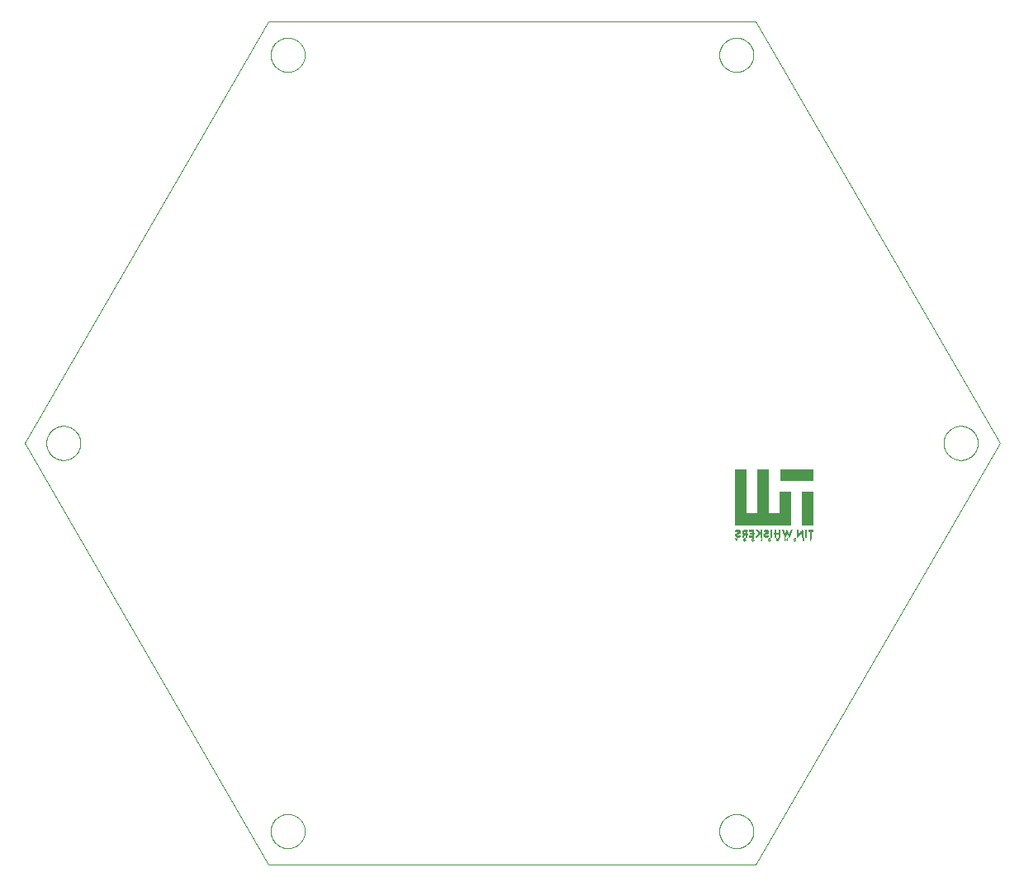
<source format=gbo>
G75*
%MOIN*%
%OFA0B0*%
%FSLAX25Y25*%
%IPPOS*%
%LPD*%
%AMOC8*
5,1,8,0,0,1.08239X$1,22.5*
%
%ADD10C,0.00000*%
%ADD11R,0.00250X0.00050*%
%ADD12R,0.00850X0.00050*%
%ADD13R,0.00550X0.00050*%
%ADD14R,0.00350X0.00050*%
%ADD15R,0.00450X0.00050*%
%ADD16R,0.00200X0.00050*%
%ADD17R,0.00700X0.00050*%
%ADD18R,0.00600X0.00050*%
%ADD19R,0.00800X0.00050*%
%ADD20R,0.00400X0.00050*%
%ADD21R,0.00900X0.00050*%
%ADD22R,0.00300X0.00050*%
%ADD23R,0.00500X0.00050*%
%ADD24R,0.01000X0.00050*%
%ADD25R,0.00950X0.00050*%
%ADD26R,0.00750X0.00050*%
%ADD27R,0.00150X0.00050*%
%ADD28R,0.00100X0.00050*%
%ADD29R,0.00650X0.00050*%
%ADD30R,0.01050X0.00050*%
%ADD31R,0.02050X0.00050*%
%ADD32R,0.01300X0.00050*%
%ADD33R,0.01350X0.00050*%
%ADD34R,0.01550X0.00050*%
%ADD35R,0.01750X0.00050*%
%ADD36R,0.01900X0.00050*%
%ADD37R,0.02000X0.00050*%
%ADD38R,0.01100X0.00050*%
%ADD39R,0.01150X0.00050*%
%ADD40R,0.01200X0.00050*%
%ADD41R,0.01700X0.00050*%
%ADD42R,0.01250X0.00050*%
%ADD43R,0.01650X0.00050*%
%ADD44R,0.02400X0.00050*%
%ADD45R,0.01400X0.00050*%
%ADD46R,0.01500X0.00050*%
%ADD47R,0.01800X0.00050*%
%ADD48R,0.01450X0.00050*%
%ADD49R,0.01850X0.00050*%
%ADD50R,0.01950X0.00050*%
%ADD51R,0.02100X0.00050*%
%ADD52R,0.01600X0.00050*%
%ADD53R,0.02150X0.00050*%
%ADD54R,0.02200X0.00050*%
%ADD55R,0.04550X0.00050*%
%ADD56R,0.22600X0.00050*%
%ADD57R,0.04600X0.00050*%
%ADD58R,0.04500X0.00050*%
%ADD59R,0.13600X0.00050*%
%ADD60R,0.13550X0.00050*%
D10*
X0099925Y0001500D02*
X0001500Y0171972D01*
X0099925Y0342445D01*
X0296776Y0342445D01*
X0395201Y0171972D01*
X0296776Y0001500D01*
X0099925Y0001500D01*
X0100909Y0015134D02*
X0100911Y0015303D01*
X0100917Y0015472D01*
X0100928Y0015641D01*
X0100942Y0015809D01*
X0100961Y0015977D01*
X0100984Y0016145D01*
X0101010Y0016312D01*
X0101041Y0016478D01*
X0101076Y0016644D01*
X0101115Y0016808D01*
X0101159Y0016972D01*
X0101206Y0017134D01*
X0101257Y0017295D01*
X0101312Y0017455D01*
X0101371Y0017614D01*
X0101433Y0017771D01*
X0101500Y0017926D01*
X0101571Y0018080D01*
X0101645Y0018232D01*
X0101723Y0018382D01*
X0101804Y0018530D01*
X0101889Y0018676D01*
X0101978Y0018820D01*
X0102070Y0018962D01*
X0102166Y0019101D01*
X0102265Y0019238D01*
X0102367Y0019373D01*
X0102473Y0019505D01*
X0102582Y0019634D01*
X0102694Y0019761D01*
X0102809Y0019885D01*
X0102927Y0020006D01*
X0103048Y0020124D01*
X0103172Y0020239D01*
X0103299Y0020351D01*
X0103428Y0020460D01*
X0103560Y0020566D01*
X0103695Y0020668D01*
X0103832Y0020767D01*
X0103971Y0020863D01*
X0104113Y0020955D01*
X0104257Y0021044D01*
X0104403Y0021129D01*
X0104551Y0021210D01*
X0104701Y0021288D01*
X0104853Y0021362D01*
X0105007Y0021433D01*
X0105162Y0021500D01*
X0105319Y0021562D01*
X0105478Y0021621D01*
X0105638Y0021676D01*
X0105799Y0021727D01*
X0105961Y0021774D01*
X0106125Y0021818D01*
X0106289Y0021857D01*
X0106455Y0021892D01*
X0106621Y0021923D01*
X0106788Y0021949D01*
X0106956Y0021972D01*
X0107124Y0021991D01*
X0107292Y0022005D01*
X0107461Y0022016D01*
X0107630Y0022022D01*
X0107799Y0022024D01*
X0107968Y0022022D01*
X0108137Y0022016D01*
X0108306Y0022005D01*
X0108474Y0021991D01*
X0108642Y0021972D01*
X0108810Y0021949D01*
X0108977Y0021923D01*
X0109143Y0021892D01*
X0109309Y0021857D01*
X0109473Y0021818D01*
X0109637Y0021774D01*
X0109799Y0021727D01*
X0109960Y0021676D01*
X0110120Y0021621D01*
X0110279Y0021562D01*
X0110436Y0021500D01*
X0110591Y0021433D01*
X0110745Y0021362D01*
X0110897Y0021288D01*
X0111047Y0021210D01*
X0111195Y0021129D01*
X0111341Y0021044D01*
X0111485Y0020955D01*
X0111627Y0020863D01*
X0111766Y0020767D01*
X0111903Y0020668D01*
X0112038Y0020566D01*
X0112170Y0020460D01*
X0112299Y0020351D01*
X0112426Y0020239D01*
X0112550Y0020124D01*
X0112671Y0020006D01*
X0112789Y0019885D01*
X0112904Y0019761D01*
X0113016Y0019634D01*
X0113125Y0019505D01*
X0113231Y0019373D01*
X0113333Y0019238D01*
X0113432Y0019101D01*
X0113528Y0018962D01*
X0113620Y0018820D01*
X0113709Y0018676D01*
X0113794Y0018530D01*
X0113875Y0018382D01*
X0113953Y0018232D01*
X0114027Y0018080D01*
X0114098Y0017926D01*
X0114165Y0017771D01*
X0114227Y0017614D01*
X0114286Y0017455D01*
X0114341Y0017295D01*
X0114392Y0017134D01*
X0114439Y0016972D01*
X0114483Y0016808D01*
X0114522Y0016644D01*
X0114557Y0016478D01*
X0114588Y0016312D01*
X0114614Y0016145D01*
X0114637Y0015977D01*
X0114656Y0015809D01*
X0114670Y0015641D01*
X0114681Y0015472D01*
X0114687Y0015303D01*
X0114689Y0015134D01*
X0114687Y0014965D01*
X0114681Y0014796D01*
X0114670Y0014627D01*
X0114656Y0014459D01*
X0114637Y0014291D01*
X0114614Y0014123D01*
X0114588Y0013956D01*
X0114557Y0013790D01*
X0114522Y0013624D01*
X0114483Y0013460D01*
X0114439Y0013296D01*
X0114392Y0013134D01*
X0114341Y0012973D01*
X0114286Y0012813D01*
X0114227Y0012654D01*
X0114165Y0012497D01*
X0114098Y0012342D01*
X0114027Y0012188D01*
X0113953Y0012036D01*
X0113875Y0011886D01*
X0113794Y0011738D01*
X0113709Y0011592D01*
X0113620Y0011448D01*
X0113528Y0011306D01*
X0113432Y0011167D01*
X0113333Y0011030D01*
X0113231Y0010895D01*
X0113125Y0010763D01*
X0113016Y0010634D01*
X0112904Y0010507D01*
X0112789Y0010383D01*
X0112671Y0010262D01*
X0112550Y0010144D01*
X0112426Y0010029D01*
X0112299Y0009917D01*
X0112170Y0009808D01*
X0112038Y0009702D01*
X0111903Y0009600D01*
X0111766Y0009501D01*
X0111627Y0009405D01*
X0111485Y0009313D01*
X0111341Y0009224D01*
X0111195Y0009139D01*
X0111047Y0009058D01*
X0110897Y0008980D01*
X0110745Y0008906D01*
X0110591Y0008835D01*
X0110436Y0008768D01*
X0110279Y0008706D01*
X0110120Y0008647D01*
X0109960Y0008592D01*
X0109799Y0008541D01*
X0109637Y0008494D01*
X0109473Y0008450D01*
X0109309Y0008411D01*
X0109143Y0008376D01*
X0108977Y0008345D01*
X0108810Y0008319D01*
X0108642Y0008296D01*
X0108474Y0008277D01*
X0108306Y0008263D01*
X0108137Y0008252D01*
X0107968Y0008246D01*
X0107799Y0008244D01*
X0107630Y0008246D01*
X0107461Y0008252D01*
X0107292Y0008263D01*
X0107124Y0008277D01*
X0106956Y0008296D01*
X0106788Y0008319D01*
X0106621Y0008345D01*
X0106455Y0008376D01*
X0106289Y0008411D01*
X0106125Y0008450D01*
X0105961Y0008494D01*
X0105799Y0008541D01*
X0105638Y0008592D01*
X0105478Y0008647D01*
X0105319Y0008706D01*
X0105162Y0008768D01*
X0105007Y0008835D01*
X0104853Y0008906D01*
X0104701Y0008980D01*
X0104551Y0009058D01*
X0104403Y0009139D01*
X0104257Y0009224D01*
X0104113Y0009313D01*
X0103971Y0009405D01*
X0103832Y0009501D01*
X0103695Y0009600D01*
X0103560Y0009702D01*
X0103428Y0009808D01*
X0103299Y0009917D01*
X0103172Y0010029D01*
X0103048Y0010144D01*
X0102927Y0010262D01*
X0102809Y0010383D01*
X0102694Y0010507D01*
X0102582Y0010634D01*
X0102473Y0010763D01*
X0102367Y0010895D01*
X0102265Y0011030D01*
X0102166Y0011167D01*
X0102070Y0011306D01*
X0101978Y0011448D01*
X0101889Y0011592D01*
X0101804Y0011738D01*
X0101723Y0011886D01*
X0101645Y0012036D01*
X0101571Y0012188D01*
X0101500Y0012342D01*
X0101433Y0012497D01*
X0101371Y0012654D01*
X0101312Y0012813D01*
X0101257Y0012973D01*
X0101206Y0013134D01*
X0101159Y0013296D01*
X0101115Y0013460D01*
X0101076Y0013624D01*
X0101041Y0013790D01*
X0101010Y0013956D01*
X0100984Y0014123D01*
X0100961Y0014291D01*
X0100942Y0014459D01*
X0100928Y0014627D01*
X0100917Y0014796D01*
X0100911Y0014965D01*
X0100909Y0015134D01*
X0010358Y0171972D02*
X0010360Y0172141D01*
X0010366Y0172310D01*
X0010377Y0172479D01*
X0010391Y0172647D01*
X0010410Y0172815D01*
X0010433Y0172983D01*
X0010459Y0173150D01*
X0010490Y0173316D01*
X0010525Y0173482D01*
X0010564Y0173646D01*
X0010608Y0173810D01*
X0010655Y0173972D01*
X0010706Y0174133D01*
X0010761Y0174293D01*
X0010820Y0174452D01*
X0010882Y0174609D01*
X0010949Y0174764D01*
X0011020Y0174918D01*
X0011094Y0175070D01*
X0011172Y0175220D01*
X0011253Y0175368D01*
X0011338Y0175514D01*
X0011427Y0175658D01*
X0011519Y0175800D01*
X0011615Y0175939D01*
X0011714Y0176076D01*
X0011816Y0176211D01*
X0011922Y0176343D01*
X0012031Y0176472D01*
X0012143Y0176599D01*
X0012258Y0176723D01*
X0012376Y0176844D01*
X0012497Y0176962D01*
X0012621Y0177077D01*
X0012748Y0177189D01*
X0012877Y0177298D01*
X0013009Y0177404D01*
X0013144Y0177506D01*
X0013281Y0177605D01*
X0013420Y0177701D01*
X0013562Y0177793D01*
X0013706Y0177882D01*
X0013852Y0177967D01*
X0014000Y0178048D01*
X0014150Y0178126D01*
X0014302Y0178200D01*
X0014456Y0178271D01*
X0014611Y0178338D01*
X0014768Y0178400D01*
X0014927Y0178459D01*
X0015087Y0178514D01*
X0015248Y0178565D01*
X0015410Y0178612D01*
X0015574Y0178656D01*
X0015738Y0178695D01*
X0015904Y0178730D01*
X0016070Y0178761D01*
X0016237Y0178787D01*
X0016405Y0178810D01*
X0016573Y0178829D01*
X0016741Y0178843D01*
X0016910Y0178854D01*
X0017079Y0178860D01*
X0017248Y0178862D01*
X0017417Y0178860D01*
X0017586Y0178854D01*
X0017755Y0178843D01*
X0017923Y0178829D01*
X0018091Y0178810D01*
X0018259Y0178787D01*
X0018426Y0178761D01*
X0018592Y0178730D01*
X0018758Y0178695D01*
X0018922Y0178656D01*
X0019086Y0178612D01*
X0019248Y0178565D01*
X0019409Y0178514D01*
X0019569Y0178459D01*
X0019728Y0178400D01*
X0019885Y0178338D01*
X0020040Y0178271D01*
X0020194Y0178200D01*
X0020346Y0178126D01*
X0020496Y0178048D01*
X0020644Y0177967D01*
X0020790Y0177882D01*
X0020934Y0177793D01*
X0021076Y0177701D01*
X0021215Y0177605D01*
X0021352Y0177506D01*
X0021487Y0177404D01*
X0021619Y0177298D01*
X0021748Y0177189D01*
X0021875Y0177077D01*
X0021999Y0176962D01*
X0022120Y0176844D01*
X0022238Y0176723D01*
X0022353Y0176599D01*
X0022465Y0176472D01*
X0022574Y0176343D01*
X0022680Y0176211D01*
X0022782Y0176076D01*
X0022881Y0175939D01*
X0022977Y0175800D01*
X0023069Y0175658D01*
X0023158Y0175514D01*
X0023243Y0175368D01*
X0023324Y0175220D01*
X0023402Y0175070D01*
X0023476Y0174918D01*
X0023547Y0174764D01*
X0023614Y0174609D01*
X0023676Y0174452D01*
X0023735Y0174293D01*
X0023790Y0174133D01*
X0023841Y0173972D01*
X0023888Y0173810D01*
X0023932Y0173646D01*
X0023971Y0173482D01*
X0024006Y0173316D01*
X0024037Y0173150D01*
X0024063Y0172983D01*
X0024086Y0172815D01*
X0024105Y0172647D01*
X0024119Y0172479D01*
X0024130Y0172310D01*
X0024136Y0172141D01*
X0024138Y0171972D01*
X0024136Y0171803D01*
X0024130Y0171634D01*
X0024119Y0171465D01*
X0024105Y0171297D01*
X0024086Y0171129D01*
X0024063Y0170961D01*
X0024037Y0170794D01*
X0024006Y0170628D01*
X0023971Y0170462D01*
X0023932Y0170298D01*
X0023888Y0170134D01*
X0023841Y0169972D01*
X0023790Y0169811D01*
X0023735Y0169651D01*
X0023676Y0169492D01*
X0023614Y0169335D01*
X0023547Y0169180D01*
X0023476Y0169026D01*
X0023402Y0168874D01*
X0023324Y0168724D01*
X0023243Y0168576D01*
X0023158Y0168430D01*
X0023069Y0168286D01*
X0022977Y0168144D01*
X0022881Y0168005D01*
X0022782Y0167868D01*
X0022680Y0167733D01*
X0022574Y0167601D01*
X0022465Y0167472D01*
X0022353Y0167345D01*
X0022238Y0167221D01*
X0022120Y0167100D01*
X0021999Y0166982D01*
X0021875Y0166867D01*
X0021748Y0166755D01*
X0021619Y0166646D01*
X0021487Y0166540D01*
X0021352Y0166438D01*
X0021215Y0166339D01*
X0021076Y0166243D01*
X0020934Y0166151D01*
X0020790Y0166062D01*
X0020644Y0165977D01*
X0020496Y0165896D01*
X0020346Y0165818D01*
X0020194Y0165744D01*
X0020040Y0165673D01*
X0019885Y0165606D01*
X0019728Y0165544D01*
X0019569Y0165485D01*
X0019409Y0165430D01*
X0019248Y0165379D01*
X0019086Y0165332D01*
X0018922Y0165288D01*
X0018758Y0165249D01*
X0018592Y0165214D01*
X0018426Y0165183D01*
X0018259Y0165157D01*
X0018091Y0165134D01*
X0017923Y0165115D01*
X0017755Y0165101D01*
X0017586Y0165090D01*
X0017417Y0165084D01*
X0017248Y0165082D01*
X0017079Y0165084D01*
X0016910Y0165090D01*
X0016741Y0165101D01*
X0016573Y0165115D01*
X0016405Y0165134D01*
X0016237Y0165157D01*
X0016070Y0165183D01*
X0015904Y0165214D01*
X0015738Y0165249D01*
X0015574Y0165288D01*
X0015410Y0165332D01*
X0015248Y0165379D01*
X0015087Y0165430D01*
X0014927Y0165485D01*
X0014768Y0165544D01*
X0014611Y0165606D01*
X0014456Y0165673D01*
X0014302Y0165744D01*
X0014150Y0165818D01*
X0014000Y0165896D01*
X0013852Y0165977D01*
X0013706Y0166062D01*
X0013562Y0166151D01*
X0013420Y0166243D01*
X0013281Y0166339D01*
X0013144Y0166438D01*
X0013009Y0166540D01*
X0012877Y0166646D01*
X0012748Y0166755D01*
X0012621Y0166867D01*
X0012497Y0166982D01*
X0012376Y0167100D01*
X0012258Y0167221D01*
X0012143Y0167345D01*
X0012031Y0167472D01*
X0011922Y0167601D01*
X0011816Y0167733D01*
X0011714Y0167868D01*
X0011615Y0168005D01*
X0011519Y0168144D01*
X0011427Y0168286D01*
X0011338Y0168430D01*
X0011253Y0168576D01*
X0011172Y0168724D01*
X0011094Y0168874D01*
X0011020Y0169026D01*
X0010949Y0169180D01*
X0010882Y0169335D01*
X0010820Y0169492D01*
X0010761Y0169651D01*
X0010706Y0169811D01*
X0010655Y0169972D01*
X0010608Y0170134D01*
X0010564Y0170298D01*
X0010525Y0170462D01*
X0010490Y0170628D01*
X0010459Y0170794D01*
X0010433Y0170961D01*
X0010410Y0171129D01*
X0010391Y0171297D01*
X0010377Y0171465D01*
X0010366Y0171634D01*
X0010360Y0171803D01*
X0010358Y0171972D01*
X0100909Y0328811D02*
X0100911Y0328980D01*
X0100917Y0329149D01*
X0100928Y0329318D01*
X0100942Y0329486D01*
X0100961Y0329654D01*
X0100984Y0329822D01*
X0101010Y0329989D01*
X0101041Y0330155D01*
X0101076Y0330321D01*
X0101115Y0330485D01*
X0101159Y0330649D01*
X0101206Y0330811D01*
X0101257Y0330972D01*
X0101312Y0331132D01*
X0101371Y0331291D01*
X0101433Y0331448D01*
X0101500Y0331603D01*
X0101571Y0331757D01*
X0101645Y0331909D01*
X0101723Y0332059D01*
X0101804Y0332207D01*
X0101889Y0332353D01*
X0101978Y0332497D01*
X0102070Y0332639D01*
X0102166Y0332778D01*
X0102265Y0332915D01*
X0102367Y0333050D01*
X0102473Y0333182D01*
X0102582Y0333311D01*
X0102694Y0333438D01*
X0102809Y0333562D01*
X0102927Y0333683D01*
X0103048Y0333801D01*
X0103172Y0333916D01*
X0103299Y0334028D01*
X0103428Y0334137D01*
X0103560Y0334243D01*
X0103695Y0334345D01*
X0103832Y0334444D01*
X0103971Y0334540D01*
X0104113Y0334632D01*
X0104257Y0334721D01*
X0104403Y0334806D01*
X0104551Y0334887D01*
X0104701Y0334965D01*
X0104853Y0335039D01*
X0105007Y0335110D01*
X0105162Y0335177D01*
X0105319Y0335239D01*
X0105478Y0335298D01*
X0105638Y0335353D01*
X0105799Y0335404D01*
X0105961Y0335451D01*
X0106125Y0335495D01*
X0106289Y0335534D01*
X0106455Y0335569D01*
X0106621Y0335600D01*
X0106788Y0335626D01*
X0106956Y0335649D01*
X0107124Y0335668D01*
X0107292Y0335682D01*
X0107461Y0335693D01*
X0107630Y0335699D01*
X0107799Y0335701D01*
X0107968Y0335699D01*
X0108137Y0335693D01*
X0108306Y0335682D01*
X0108474Y0335668D01*
X0108642Y0335649D01*
X0108810Y0335626D01*
X0108977Y0335600D01*
X0109143Y0335569D01*
X0109309Y0335534D01*
X0109473Y0335495D01*
X0109637Y0335451D01*
X0109799Y0335404D01*
X0109960Y0335353D01*
X0110120Y0335298D01*
X0110279Y0335239D01*
X0110436Y0335177D01*
X0110591Y0335110D01*
X0110745Y0335039D01*
X0110897Y0334965D01*
X0111047Y0334887D01*
X0111195Y0334806D01*
X0111341Y0334721D01*
X0111485Y0334632D01*
X0111627Y0334540D01*
X0111766Y0334444D01*
X0111903Y0334345D01*
X0112038Y0334243D01*
X0112170Y0334137D01*
X0112299Y0334028D01*
X0112426Y0333916D01*
X0112550Y0333801D01*
X0112671Y0333683D01*
X0112789Y0333562D01*
X0112904Y0333438D01*
X0113016Y0333311D01*
X0113125Y0333182D01*
X0113231Y0333050D01*
X0113333Y0332915D01*
X0113432Y0332778D01*
X0113528Y0332639D01*
X0113620Y0332497D01*
X0113709Y0332353D01*
X0113794Y0332207D01*
X0113875Y0332059D01*
X0113953Y0331909D01*
X0114027Y0331757D01*
X0114098Y0331603D01*
X0114165Y0331448D01*
X0114227Y0331291D01*
X0114286Y0331132D01*
X0114341Y0330972D01*
X0114392Y0330811D01*
X0114439Y0330649D01*
X0114483Y0330485D01*
X0114522Y0330321D01*
X0114557Y0330155D01*
X0114588Y0329989D01*
X0114614Y0329822D01*
X0114637Y0329654D01*
X0114656Y0329486D01*
X0114670Y0329318D01*
X0114681Y0329149D01*
X0114687Y0328980D01*
X0114689Y0328811D01*
X0114687Y0328642D01*
X0114681Y0328473D01*
X0114670Y0328304D01*
X0114656Y0328136D01*
X0114637Y0327968D01*
X0114614Y0327800D01*
X0114588Y0327633D01*
X0114557Y0327467D01*
X0114522Y0327301D01*
X0114483Y0327137D01*
X0114439Y0326973D01*
X0114392Y0326811D01*
X0114341Y0326650D01*
X0114286Y0326490D01*
X0114227Y0326331D01*
X0114165Y0326174D01*
X0114098Y0326019D01*
X0114027Y0325865D01*
X0113953Y0325713D01*
X0113875Y0325563D01*
X0113794Y0325415D01*
X0113709Y0325269D01*
X0113620Y0325125D01*
X0113528Y0324983D01*
X0113432Y0324844D01*
X0113333Y0324707D01*
X0113231Y0324572D01*
X0113125Y0324440D01*
X0113016Y0324311D01*
X0112904Y0324184D01*
X0112789Y0324060D01*
X0112671Y0323939D01*
X0112550Y0323821D01*
X0112426Y0323706D01*
X0112299Y0323594D01*
X0112170Y0323485D01*
X0112038Y0323379D01*
X0111903Y0323277D01*
X0111766Y0323178D01*
X0111627Y0323082D01*
X0111485Y0322990D01*
X0111341Y0322901D01*
X0111195Y0322816D01*
X0111047Y0322735D01*
X0110897Y0322657D01*
X0110745Y0322583D01*
X0110591Y0322512D01*
X0110436Y0322445D01*
X0110279Y0322383D01*
X0110120Y0322324D01*
X0109960Y0322269D01*
X0109799Y0322218D01*
X0109637Y0322171D01*
X0109473Y0322127D01*
X0109309Y0322088D01*
X0109143Y0322053D01*
X0108977Y0322022D01*
X0108810Y0321996D01*
X0108642Y0321973D01*
X0108474Y0321954D01*
X0108306Y0321940D01*
X0108137Y0321929D01*
X0107968Y0321923D01*
X0107799Y0321921D01*
X0107630Y0321923D01*
X0107461Y0321929D01*
X0107292Y0321940D01*
X0107124Y0321954D01*
X0106956Y0321973D01*
X0106788Y0321996D01*
X0106621Y0322022D01*
X0106455Y0322053D01*
X0106289Y0322088D01*
X0106125Y0322127D01*
X0105961Y0322171D01*
X0105799Y0322218D01*
X0105638Y0322269D01*
X0105478Y0322324D01*
X0105319Y0322383D01*
X0105162Y0322445D01*
X0105007Y0322512D01*
X0104853Y0322583D01*
X0104701Y0322657D01*
X0104551Y0322735D01*
X0104403Y0322816D01*
X0104257Y0322901D01*
X0104113Y0322990D01*
X0103971Y0323082D01*
X0103832Y0323178D01*
X0103695Y0323277D01*
X0103560Y0323379D01*
X0103428Y0323485D01*
X0103299Y0323594D01*
X0103172Y0323706D01*
X0103048Y0323821D01*
X0102927Y0323939D01*
X0102809Y0324060D01*
X0102694Y0324184D01*
X0102582Y0324311D01*
X0102473Y0324440D01*
X0102367Y0324572D01*
X0102265Y0324707D01*
X0102166Y0324844D01*
X0102070Y0324983D01*
X0101978Y0325125D01*
X0101889Y0325269D01*
X0101804Y0325415D01*
X0101723Y0325563D01*
X0101645Y0325713D01*
X0101571Y0325865D01*
X0101500Y0326019D01*
X0101433Y0326174D01*
X0101371Y0326331D01*
X0101312Y0326490D01*
X0101257Y0326650D01*
X0101206Y0326811D01*
X0101159Y0326973D01*
X0101115Y0327137D01*
X0101076Y0327301D01*
X0101041Y0327467D01*
X0101010Y0327633D01*
X0100984Y0327800D01*
X0100961Y0327968D01*
X0100942Y0328136D01*
X0100928Y0328304D01*
X0100917Y0328473D01*
X0100911Y0328642D01*
X0100909Y0328811D01*
X0282012Y0328811D02*
X0282014Y0328980D01*
X0282020Y0329149D01*
X0282031Y0329318D01*
X0282045Y0329486D01*
X0282064Y0329654D01*
X0282087Y0329822D01*
X0282113Y0329989D01*
X0282144Y0330155D01*
X0282179Y0330321D01*
X0282218Y0330485D01*
X0282262Y0330649D01*
X0282309Y0330811D01*
X0282360Y0330972D01*
X0282415Y0331132D01*
X0282474Y0331291D01*
X0282536Y0331448D01*
X0282603Y0331603D01*
X0282674Y0331757D01*
X0282748Y0331909D01*
X0282826Y0332059D01*
X0282907Y0332207D01*
X0282992Y0332353D01*
X0283081Y0332497D01*
X0283173Y0332639D01*
X0283269Y0332778D01*
X0283368Y0332915D01*
X0283470Y0333050D01*
X0283576Y0333182D01*
X0283685Y0333311D01*
X0283797Y0333438D01*
X0283912Y0333562D01*
X0284030Y0333683D01*
X0284151Y0333801D01*
X0284275Y0333916D01*
X0284402Y0334028D01*
X0284531Y0334137D01*
X0284663Y0334243D01*
X0284798Y0334345D01*
X0284935Y0334444D01*
X0285074Y0334540D01*
X0285216Y0334632D01*
X0285360Y0334721D01*
X0285506Y0334806D01*
X0285654Y0334887D01*
X0285804Y0334965D01*
X0285956Y0335039D01*
X0286110Y0335110D01*
X0286265Y0335177D01*
X0286422Y0335239D01*
X0286581Y0335298D01*
X0286741Y0335353D01*
X0286902Y0335404D01*
X0287064Y0335451D01*
X0287228Y0335495D01*
X0287392Y0335534D01*
X0287558Y0335569D01*
X0287724Y0335600D01*
X0287891Y0335626D01*
X0288059Y0335649D01*
X0288227Y0335668D01*
X0288395Y0335682D01*
X0288564Y0335693D01*
X0288733Y0335699D01*
X0288902Y0335701D01*
X0289071Y0335699D01*
X0289240Y0335693D01*
X0289409Y0335682D01*
X0289577Y0335668D01*
X0289745Y0335649D01*
X0289913Y0335626D01*
X0290080Y0335600D01*
X0290246Y0335569D01*
X0290412Y0335534D01*
X0290576Y0335495D01*
X0290740Y0335451D01*
X0290902Y0335404D01*
X0291063Y0335353D01*
X0291223Y0335298D01*
X0291382Y0335239D01*
X0291539Y0335177D01*
X0291694Y0335110D01*
X0291848Y0335039D01*
X0292000Y0334965D01*
X0292150Y0334887D01*
X0292298Y0334806D01*
X0292444Y0334721D01*
X0292588Y0334632D01*
X0292730Y0334540D01*
X0292869Y0334444D01*
X0293006Y0334345D01*
X0293141Y0334243D01*
X0293273Y0334137D01*
X0293402Y0334028D01*
X0293529Y0333916D01*
X0293653Y0333801D01*
X0293774Y0333683D01*
X0293892Y0333562D01*
X0294007Y0333438D01*
X0294119Y0333311D01*
X0294228Y0333182D01*
X0294334Y0333050D01*
X0294436Y0332915D01*
X0294535Y0332778D01*
X0294631Y0332639D01*
X0294723Y0332497D01*
X0294812Y0332353D01*
X0294897Y0332207D01*
X0294978Y0332059D01*
X0295056Y0331909D01*
X0295130Y0331757D01*
X0295201Y0331603D01*
X0295268Y0331448D01*
X0295330Y0331291D01*
X0295389Y0331132D01*
X0295444Y0330972D01*
X0295495Y0330811D01*
X0295542Y0330649D01*
X0295586Y0330485D01*
X0295625Y0330321D01*
X0295660Y0330155D01*
X0295691Y0329989D01*
X0295717Y0329822D01*
X0295740Y0329654D01*
X0295759Y0329486D01*
X0295773Y0329318D01*
X0295784Y0329149D01*
X0295790Y0328980D01*
X0295792Y0328811D01*
X0295790Y0328642D01*
X0295784Y0328473D01*
X0295773Y0328304D01*
X0295759Y0328136D01*
X0295740Y0327968D01*
X0295717Y0327800D01*
X0295691Y0327633D01*
X0295660Y0327467D01*
X0295625Y0327301D01*
X0295586Y0327137D01*
X0295542Y0326973D01*
X0295495Y0326811D01*
X0295444Y0326650D01*
X0295389Y0326490D01*
X0295330Y0326331D01*
X0295268Y0326174D01*
X0295201Y0326019D01*
X0295130Y0325865D01*
X0295056Y0325713D01*
X0294978Y0325563D01*
X0294897Y0325415D01*
X0294812Y0325269D01*
X0294723Y0325125D01*
X0294631Y0324983D01*
X0294535Y0324844D01*
X0294436Y0324707D01*
X0294334Y0324572D01*
X0294228Y0324440D01*
X0294119Y0324311D01*
X0294007Y0324184D01*
X0293892Y0324060D01*
X0293774Y0323939D01*
X0293653Y0323821D01*
X0293529Y0323706D01*
X0293402Y0323594D01*
X0293273Y0323485D01*
X0293141Y0323379D01*
X0293006Y0323277D01*
X0292869Y0323178D01*
X0292730Y0323082D01*
X0292588Y0322990D01*
X0292444Y0322901D01*
X0292298Y0322816D01*
X0292150Y0322735D01*
X0292000Y0322657D01*
X0291848Y0322583D01*
X0291694Y0322512D01*
X0291539Y0322445D01*
X0291382Y0322383D01*
X0291223Y0322324D01*
X0291063Y0322269D01*
X0290902Y0322218D01*
X0290740Y0322171D01*
X0290576Y0322127D01*
X0290412Y0322088D01*
X0290246Y0322053D01*
X0290080Y0322022D01*
X0289913Y0321996D01*
X0289745Y0321973D01*
X0289577Y0321954D01*
X0289409Y0321940D01*
X0289240Y0321929D01*
X0289071Y0321923D01*
X0288902Y0321921D01*
X0288733Y0321923D01*
X0288564Y0321929D01*
X0288395Y0321940D01*
X0288227Y0321954D01*
X0288059Y0321973D01*
X0287891Y0321996D01*
X0287724Y0322022D01*
X0287558Y0322053D01*
X0287392Y0322088D01*
X0287228Y0322127D01*
X0287064Y0322171D01*
X0286902Y0322218D01*
X0286741Y0322269D01*
X0286581Y0322324D01*
X0286422Y0322383D01*
X0286265Y0322445D01*
X0286110Y0322512D01*
X0285956Y0322583D01*
X0285804Y0322657D01*
X0285654Y0322735D01*
X0285506Y0322816D01*
X0285360Y0322901D01*
X0285216Y0322990D01*
X0285074Y0323082D01*
X0284935Y0323178D01*
X0284798Y0323277D01*
X0284663Y0323379D01*
X0284531Y0323485D01*
X0284402Y0323594D01*
X0284275Y0323706D01*
X0284151Y0323821D01*
X0284030Y0323939D01*
X0283912Y0324060D01*
X0283797Y0324184D01*
X0283685Y0324311D01*
X0283576Y0324440D01*
X0283470Y0324572D01*
X0283368Y0324707D01*
X0283269Y0324844D01*
X0283173Y0324983D01*
X0283081Y0325125D01*
X0282992Y0325269D01*
X0282907Y0325415D01*
X0282826Y0325563D01*
X0282748Y0325713D01*
X0282674Y0325865D01*
X0282603Y0326019D01*
X0282536Y0326174D01*
X0282474Y0326331D01*
X0282415Y0326490D01*
X0282360Y0326650D01*
X0282309Y0326811D01*
X0282262Y0326973D01*
X0282218Y0327137D01*
X0282179Y0327301D01*
X0282144Y0327467D01*
X0282113Y0327633D01*
X0282087Y0327800D01*
X0282064Y0327968D01*
X0282045Y0328136D01*
X0282031Y0328304D01*
X0282020Y0328473D01*
X0282014Y0328642D01*
X0282012Y0328811D01*
X0372563Y0171972D02*
X0372565Y0172141D01*
X0372571Y0172310D01*
X0372582Y0172479D01*
X0372596Y0172647D01*
X0372615Y0172815D01*
X0372638Y0172983D01*
X0372664Y0173150D01*
X0372695Y0173316D01*
X0372730Y0173482D01*
X0372769Y0173646D01*
X0372813Y0173810D01*
X0372860Y0173972D01*
X0372911Y0174133D01*
X0372966Y0174293D01*
X0373025Y0174452D01*
X0373087Y0174609D01*
X0373154Y0174764D01*
X0373225Y0174918D01*
X0373299Y0175070D01*
X0373377Y0175220D01*
X0373458Y0175368D01*
X0373543Y0175514D01*
X0373632Y0175658D01*
X0373724Y0175800D01*
X0373820Y0175939D01*
X0373919Y0176076D01*
X0374021Y0176211D01*
X0374127Y0176343D01*
X0374236Y0176472D01*
X0374348Y0176599D01*
X0374463Y0176723D01*
X0374581Y0176844D01*
X0374702Y0176962D01*
X0374826Y0177077D01*
X0374953Y0177189D01*
X0375082Y0177298D01*
X0375214Y0177404D01*
X0375349Y0177506D01*
X0375486Y0177605D01*
X0375625Y0177701D01*
X0375767Y0177793D01*
X0375911Y0177882D01*
X0376057Y0177967D01*
X0376205Y0178048D01*
X0376355Y0178126D01*
X0376507Y0178200D01*
X0376661Y0178271D01*
X0376816Y0178338D01*
X0376973Y0178400D01*
X0377132Y0178459D01*
X0377292Y0178514D01*
X0377453Y0178565D01*
X0377615Y0178612D01*
X0377779Y0178656D01*
X0377943Y0178695D01*
X0378109Y0178730D01*
X0378275Y0178761D01*
X0378442Y0178787D01*
X0378610Y0178810D01*
X0378778Y0178829D01*
X0378946Y0178843D01*
X0379115Y0178854D01*
X0379284Y0178860D01*
X0379453Y0178862D01*
X0379622Y0178860D01*
X0379791Y0178854D01*
X0379960Y0178843D01*
X0380128Y0178829D01*
X0380296Y0178810D01*
X0380464Y0178787D01*
X0380631Y0178761D01*
X0380797Y0178730D01*
X0380963Y0178695D01*
X0381127Y0178656D01*
X0381291Y0178612D01*
X0381453Y0178565D01*
X0381614Y0178514D01*
X0381774Y0178459D01*
X0381933Y0178400D01*
X0382090Y0178338D01*
X0382245Y0178271D01*
X0382399Y0178200D01*
X0382551Y0178126D01*
X0382701Y0178048D01*
X0382849Y0177967D01*
X0382995Y0177882D01*
X0383139Y0177793D01*
X0383281Y0177701D01*
X0383420Y0177605D01*
X0383557Y0177506D01*
X0383692Y0177404D01*
X0383824Y0177298D01*
X0383953Y0177189D01*
X0384080Y0177077D01*
X0384204Y0176962D01*
X0384325Y0176844D01*
X0384443Y0176723D01*
X0384558Y0176599D01*
X0384670Y0176472D01*
X0384779Y0176343D01*
X0384885Y0176211D01*
X0384987Y0176076D01*
X0385086Y0175939D01*
X0385182Y0175800D01*
X0385274Y0175658D01*
X0385363Y0175514D01*
X0385448Y0175368D01*
X0385529Y0175220D01*
X0385607Y0175070D01*
X0385681Y0174918D01*
X0385752Y0174764D01*
X0385819Y0174609D01*
X0385881Y0174452D01*
X0385940Y0174293D01*
X0385995Y0174133D01*
X0386046Y0173972D01*
X0386093Y0173810D01*
X0386137Y0173646D01*
X0386176Y0173482D01*
X0386211Y0173316D01*
X0386242Y0173150D01*
X0386268Y0172983D01*
X0386291Y0172815D01*
X0386310Y0172647D01*
X0386324Y0172479D01*
X0386335Y0172310D01*
X0386341Y0172141D01*
X0386343Y0171972D01*
X0386341Y0171803D01*
X0386335Y0171634D01*
X0386324Y0171465D01*
X0386310Y0171297D01*
X0386291Y0171129D01*
X0386268Y0170961D01*
X0386242Y0170794D01*
X0386211Y0170628D01*
X0386176Y0170462D01*
X0386137Y0170298D01*
X0386093Y0170134D01*
X0386046Y0169972D01*
X0385995Y0169811D01*
X0385940Y0169651D01*
X0385881Y0169492D01*
X0385819Y0169335D01*
X0385752Y0169180D01*
X0385681Y0169026D01*
X0385607Y0168874D01*
X0385529Y0168724D01*
X0385448Y0168576D01*
X0385363Y0168430D01*
X0385274Y0168286D01*
X0385182Y0168144D01*
X0385086Y0168005D01*
X0384987Y0167868D01*
X0384885Y0167733D01*
X0384779Y0167601D01*
X0384670Y0167472D01*
X0384558Y0167345D01*
X0384443Y0167221D01*
X0384325Y0167100D01*
X0384204Y0166982D01*
X0384080Y0166867D01*
X0383953Y0166755D01*
X0383824Y0166646D01*
X0383692Y0166540D01*
X0383557Y0166438D01*
X0383420Y0166339D01*
X0383281Y0166243D01*
X0383139Y0166151D01*
X0382995Y0166062D01*
X0382849Y0165977D01*
X0382701Y0165896D01*
X0382551Y0165818D01*
X0382399Y0165744D01*
X0382245Y0165673D01*
X0382090Y0165606D01*
X0381933Y0165544D01*
X0381774Y0165485D01*
X0381614Y0165430D01*
X0381453Y0165379D01*
X0381291Y0165332D01*
X0381127Y0165288D01*
X0380963Y0165249D01*
X0380797Y0165214D01*
X0380631Y0165183D01*
X0380464Y0165157D01*
X0380296Y0165134D01*
X0380128Y0165115D01*
X0379960Y0165101D01*
X0379791Y0165090D01*
X0379622Y0165084D01*
X0379453Y0165082D01*
X0379284Y0165084D01*
X0379115Y0165090D01*
X0378946Y0165101D01*
X0378778Y0165115D01*
X0378610Y0165134D01*
X0378442Y0165157D01*
X0378275Y0165183D01*
X0378109Y0165214D01*
X0377943Y0165249D01*
X0377779Y0165288D01*
X0377615Y0165332D01*
X0377453Y0165379D01*
X0377292Y0165430D01*
X0377132Y0165485D01*
X0376973Y0165544D01*
X0376816Y0165606D01*
X0376661Y0165673D01*
X0376507Y0165744D01*
X0376355Y0165818D01*
X0376205Y0165896D01*
X0376057Y0165977D01*
X0375911Y0166062D01*
X0375767Y0166151D01*
X0375625Y0166243D01*
X0375486Y0166339D01*
X0375349Y0166438D01*
X0375214Y0166540D01*
X0375082Y0166646D01*
X0374953Y0166755D01*
X0374826Y0166867D01*
X0374702Y0166982D01*
X0374581Y0167100D01*
X0374463Y0167221D01*
X0374348Y0167345D01*
X0374236Y0167472D01*
X0374127Y0167601D01*
X0374021Y0167733D01*
X0373919Y0167868D01*
X0373820Y0168005D01*
X0373724Y0168144D01*
X0373632Y0168286D01*
X0373543Y0168430D01*
X0373458Y0168576D01*
X0373377Y0168724D01*
X0373299Y0168874D01*
X0373225Y0169026D01*
X0373154Y0169180D01*
X0373087Y0169335D01*
X0373025Y0169492D01*
X0372966Y0169651D01*
X0372911Y0169811D01*
X0372860Y0169972D01*
X0372813Y0170134D01*
X0372769Y0170298D01*
X0372730Y0170462D01*
X0372695Y0170628D01*
X0372664Y0170794D01*
X0372638Y0170961D01*
X0372615Y0171129D01*
X0372596Y0171297D01*
X0372582Y0171465D01*
X0372571Y0171634D01*
X0372565Y0171803D01*
X0372563Y0171972D01*
X0282012Y0015134D02*
X0282014Y0015303D01*
X0282020Y0015472D01*
X0282031Y0015641D01*
X0282045Y0015809D01*
X0282064Y0015977D01*
X0282087Y0016145D01*
X0282113Y0016312D01*
X0282144Y0016478D01*
X0282179Y0016644D01*
X0282218Y0016808D01*
X0282262Y0016972D01*
X0282309Y0017134D01*
X0282360Y0017295D01*
X0282415Y0017455D01*
X0282474Y0017614D01*
X0282536Y0017771D01*
X0282603Y0017926D01*
X0282674Y0018080D01*
X0282748Y0018232D01*
X0282826Y0018382D01*
X0282907Y0018530D01*
X0282992Y0018676D01*
X0283081Y0018820D01*
X0283173Y0018962D01*
X0283269Y0019101D01*
X0283368Y0019238D01*
X0283470Y0019373D01*
X0283576Y0019505D01*
X0283685Y0019634D01*
X0283797Y0019761D01*
X0283912Y0019885D01*
X0284030Y0020006D01*
X0284151Y0020124D01*
X0284275Y0020239D01*
X0284402Y0020351D01*
X0284531Y0020460D01*
X0284663Y0020566D01*
X0284798Y0020668D01*
X0284935Y0020767D01*
X0285074Y0020863D01*
X0285216Y0020955D01*
X0285360Y0021044D01*
X0285506Y0021129D01*
X0285654Y0021210D01*
X0285804Y0021288D01*
X0285956Y0021362D01*
X0286110Y0021433D01*
X0286265Y0021500D01*
X0286422Y0021562D01*
X0286581Y0021621D01*
X0286741Y0021676D01*
X0286902Y0021727D01*
X0287064Y0021774D01*
X0287228Y0021818D01*
X0287392Y0021857D01*
X0287558Y0021892D01*
X0287724Y0021923D01*
X0287891Y0021949D01*
X0288059Y0021972D01*
X0288227Y0021991D01*
X0288395Y0022005D01*
X0288564Y0022016D01*
X0288733Y0022022D01*
X0288902Y0022024D01*
X0289071Y0022022D01*
X0289240Y0022016D01*
X0289409Y0022005D01*
X0289577Y0021991D01*
X0289745Y0021972D01*
X0289913Y0021949D01*
X0290080Y0021923D01*
X0290246Y0021892D01*
X0290412Y0021857D01*
X0290576Y0021818D01*
X0290740Y0021774D01*
X0290902Y0021727D01*
X0291063Y0021676D01*
X0291223Y0021621D01*
X0291382Y0021562D01*
X0291539Y0021500D01*
X0291694Y0021433D01*
X0291848Y0021362D01*
X0292000Y0021288D01*
X0292150Y0021210D01*
X0292298Y0021129D01*
X0292444Y0021044D01*
X0292588Y0020955D01*
X0292730Y0020863D01*
X0292869Y0020767D01*
X0293006Y0020668D01*
X0293141Y0020566D01*
X0293273Y0020460D01*
X0293402Y0020351D01*
X0293529Y0020239D01*
X0293653Y0020124D01*
X0293774Y0020006D01*
X0293892Y0019885D01*
X0294007Y0019761D01*
X0294119Y0019634D01*
X0294228Y0019505D01*
X0294334Y0019373D01*
X0294436Y0019238D01*
X0294535Y0019101D01*
X0294631Y0018962D01*
X0294723Y0018820D01*
X0294812Y0018676D01*
X0294897Y0018530D01*
X0294978Y0018382D01*
X0295056Y0018232D01*
X0295130Y0018080D01*
X0295201Y0017926D01*
X0295268Y0017771D01*
X0295330Y0017614D01*
X0295389Y0017455D01*
X0295444Y0017295D01*
X0295495Y0017134D01*
X0295542Y0016972D01*
X0295586Y0016808D01*
X0295625Y0016644D01*
X0295660Y0016478D01*
X0295691Y0016312D01*
X0295717Y0016145D01*
X0295740Y0015977D01*
X0295759Y0015809D01*
X0295773Y0015641D01*
X0295784Y0015472D01*
X0295790Y0015303D01*
X0295792Y0015134D01*
X0295790Y0014965D01*
X0295784Y0014796D01*
X0295773Y0014627D01*
X0295759Y0014459D01*
X0295740Y0014291D01*
X0295717Y0014123D01*
X0295691Y0013956D01*
X0295660Y0013790D01*
X0295625Y0013624D01*
X0295586Y0013460D01*
X0295542Y0013296D01*
X0295495Y0013134D01*
X0295444Y0012973D01*
X0295389Y0012813D01*
X0295330Y0012654D01*
X0295268Y0012497D01*
X0295201Y0012342D01*
X0295130Y0012188D01*
X0295056Y0012036D01*
X0294978Y0011886D01*
X0294897Y0011738D01*
X0294812Y0011592D01*
X0294723Y0011448D01*
X0294631Y0011306D01*
X0294535Y0011167D01*
X0294436Y0011030D01*
X0294334Y0010895D01*
X0294228Y0010763D01*
X0294119Y0010634D01*
X0294007Y0010507D01*
X0293892Y0010383D01*
X0293774Y0010262D01*
X0293653Y0010144D01*
X0293529Y0010029D01*
X0293402Y0009917D01*
X0293273Y0009808D01*
X0293141Y0009702D01*
X0293006Y0009600D01*
X0292869Y0009501D01*
X0292730Y0009405D01*
X0292588Y0009313D01*
X0292444Y0009224D01*
X0292298Y0009139D01*
X0292150Y0009058D01*
X0292000Y0008980D01*
X0291848Y0008906D01*
X0291694Y0008835D01*
X0291539Y0008768D01*
X0291382Y0008706D01*
X0291223Y0008647D01*
X0291063Y0008592D01*
X0290902Y0008541D01*
X0290740Y0008494D01*
X0290576Y0008450D01*
X0290412Y0008411D01*
X0290246Y0008376D01*
X0290080Y0008345D01*
X0289913Y0008319D01*
X0289745Y0008296D01*
X0289577Y0008277D01*
X0289409Y0008263D01*
X0289240Y0008252D01*
X0289071Y0008246D01*
X0288902Y0008244D01*
X0288733Y0008246D01*
X0288564Y0008252D01*
X0288395Y0008263D01*
X0288227Y0008277D01*
X0288059Y0008296D01*
X0287891Y0008319D01*
X0287724Y0008345D01*
X0287558Y0008376D01*
X0287392Y0008411D01*
X0287228Y0008450D01*
X0287064Y0008494D01*
X0286902Y0008541D01*
X0286741Y0008592D01*
X0286581Y0008647D01*
X0286422Y0008706D01*
X0286265Y0008768D01*
X0286110Y0008835D01*
X0285956Y0008906D01*
X0285804Y0008980D01*
X0285654Y0009058D01*
X0285506Y0009139D01*
X0285360Y0009224D01*
X0285216Y0009313D01*
X0285074Y0009405D01*
X0284935Y0009501D01*
X0284798Y0009600D01*
X0284663Y0009702D01*
X0284531Y0009808D01*
X0284402Y0009917D01*
X0284275Y0010029D01*
X0284151Y0010144D01*
X0284030Y0010262D01*
X0283912Y0010383D01*
X0283797Y0010507D01*
X0283685Y0010634D01*
X0283576Y0010763D01*
X0283470Y0010895D01*
X0283368Y0011030D01*
X0283269Y0011167D01*
X0283173Y0011306D01*
X0283081Y0011448D01*
X0282992Y0011592D01*
X0282907Y0011738D01*
X0282826Y0011886D01*
X0282748Y0012036D01*
X0282674Y0012188D01*
X0282603Y0012342D01*
X0282536Y0012497D01*
X0282474Y0012654D01*
X0282415Y0012813D01*
X0282360Y0012973D01*
X0282309Y0013134D01*
X0282262Y0013296D01*
X0282218Y0013460D01*
X0282179Y0013624D01*
X0282144Y0013790D01*
X0282113Y0013956D01*
X0282087Y0014123D01*
X0282064Y0014291D01*
X0282045Y0014459D01*
X0282031Y0014627D01*
X0282020Y0014796D01*
X0282014Y0014965D01*
X0282012Y0015134D01*
D11*
X0288950Y0132172D03*
X0288950Y0132222D03*
X0288950Y0132272D03*
X0288950Y0132322D03*
X0288950Y0132372D03*
X0288950Y0132422D03*
X0288950Y0132472D03*
X0288950Y0132522D03*
X0288950Y0132572D03*
X0288800Y0132822D03*
X0288800Y0132872D03*
X0288750Y0132922D03*
X0288750Y0132972D03*
X0288700Y0133022D03*
X0288650Y0133122D03*
X0288600Y0133222D03*
X0289100Y0132872D03*
X0289100Y0132822D03*
X0289150Y0132922D03*
X0289200Y0133022D03*
X0289250Y0133122D03*
X0289300Y0133222D03*
X0290250Y0134422D03*
X0291900Y0132972D03*
X0291900Y0132922D03*
X0291900Y0132522D03*
X0291900Y0132472D03*
X0291900Y0132422D03*
X0292300Y0132122D03*
X0292650Y0132472D03*
X0292650Y0132522D03*
X0292650Y0132572D03*
X0292650Y0132822D03*
X0292650Y0132872D03*
X0292650Y0132922D03*
X0295250Y0132872D03*
X0295250Y0132822D03*
X0295250Y0132772D03*
X0295250Y0132722D03*
X0295250Y0132672D03*
X0295250Y0132622D03*
X0295250Y0132572D03*
X0295250Y0132522D03*
X0295300Y0132422D03*
X0295650Y0132122D03*
X0296050Y0132422D03*
X0296050Y0132472D03*
X0296100Y0132522D03*
X0296100Y0132572D03*
X0296100Y0132622D03*
X0296100Y0132672D03*
X0296100Y0132722D03*
X0296100Y0132772D03*
X0296100Y0132822D03*
X0296100Y0132872D03*
X0296050Y0132972D03*
X0295300Y0132972D03*
X0299200Y0132972D03*
X0299200Y0132922D03*
X0299200Y0132872D03*
X0299200Y0132822D03*
X0299200Y0132772D03*
X0299200Y0132722D03*
X0299200Y0132672D03*
X0299200Y0132622D03*
X0299200Y0132572D03*
X0299200Y0132522D03*
X0299200Y0132472D03*
X0299200Y0132422D03*
X0299200Y0132372D03*
X0299200Y0133022D03*
X0299200Y0133072D03*
X0299200Y0133122D03*
X0299200Y0133172D03*
X0299200Y0133222D03*
X0301850Y0132922D03*
X0301850Y0132872D03*
X0301850Y0132822D03*
X0301850Y0132772D03*
X0301850Y0132722D03*
X0301850Y0132672D03*
X0301850Y0132622D03*
X0301850Y0132572D03*
X0301850Y0132522D03*
X0301900Y0132422D03*
X0302250Y0132122D03*
X0302600Y0132372D03*
X0302650Y0132472D03*
X0302700Y0132572D03*
X0302700Y0132622D03*
X0302700Y0132672D03*
X0302700Y0132722D03*
X0302700Y0132772D03*
X0302700Y0132822D03*
X0302650Y0132922D03*
X0302650Y0132972D03*
X0301900Y0132972D03*
X0305350Y0132972D03*
X0305350Y0132922D03*
X0305350Y0132872D03*
X0305350Y0132822D03*
X0305350Y0132772D03*
X0305350Y0132722D03*
X0305350Y0132672D03*
X0305350Y0132622D03*
X0305350Y0132572D03*
X0305350Y0132522D03*
X0305650Y0132522D03*
X0305650Y0132572D03*
X0305700Y0132622D03*
X0305700Y0132672D03*
X0305750Y0132722D03*
X0305750Y0132772D03*
X0305800Y0132822D03*
X0306100Y0132822D03*
X0306100Y0132772D03*
X0306100Y0132722D03*
X0306100Y0132672D03*
X0306100Y0132622D03*
X0306100Y0132572D03*
X0306100Y0132522D03*
X0306100Y0132472D03*
X0306100Y0132422D03*
X0306100Y0132372D03*
X0306100Y0132322D03*
X0306100Y0132272D03*
X0306100Y0132222D03*
X0306100Y0132172D03*
X0305350Y0133022D03*
X0305350Y0133072D03*
X0305350Y0133122D03*
X0305350Y0133172D03*
X0305350Y0133222D03*
X0308650Y0133772D03*
X0308800Y0133222D03*
X0308800Y0133172D03*
X0308800Y0133122D03*
X0308800Y0133072D03*
X0308800Y0133022D03*
X0308800Y0132972D03*
X0308800Y0132922D03*
X0308800Y0132872D03*
X0308800Y0132822D03*
X0308800Y0132572D03*
X0308800Y0132522D03*
X0308800Y0132472D03*
X0308800Y0132422D03*
X0308800Y0132372D03*
X0308800Y0132322D03*
X0308800Y0132272D03*
X0308800Y0132222D03*
X0308800Y0132172D03*
X0309550Y0132172D03*
X0309550Y0132222D03*
X0309550Y0132272D03*
X0309550Y0132322D03*
X0309550Y0132372D03*
X0309550Y0132422D03*
X0309550Y0132472D03*
X0309550Y0132522D03*
X0309550Y0132572D03*
X0309550Y0132822D03*
X0309550Y0132872D03*
X0309550Y0132922D03*
X0309550Y0132972D03*
X0309550Y0133022D03*
X0309550Y0133072D03*
X0309550Y0133122D03*
X0309550Y0133172D03*
X0309550Y0133222D03*
X0312200Y0133022D03*
X0312200Y0132972D03*
X0312200Y0132922D03*
X0312200Y0132472D03*
X0312200Y0132422D03*
X0312550Y0132122D03*
X0312900Y0132422D03*
X0312900Y0132472D03*
X0312950Y0132572D03*
X0312950Y0132622D03*
X0312950Y0132672D03*
X0312950Y0132722D03*
X0312950Y0132772D03*
X0312950Y0132822D03*
X0312900Y0132922D03*
X0312900Y0132972D03*
X0313550Y0133772D03*
X0316150Y0133022D03*
X0316150Y0132972D03*
X0316150Y0132922D03*
X0316150Y0132872D03*
X0316150Y0132822D03*
X0316150Y0132572D03*
X0316150Y0132522D03*
X0316150Y0132472D03*
X0316150Y0132422D03*
X0316150Y0132372D03*
X0319050Y0132372D03*
X0319050Y0132322D03*
X0319050Y0132272D03*
X0319050Y0132222D03*
X0319050Y0132172D03*
X0319050Y0132422D03*
X0319050Y0132472D03*
X0319050Y0132522D03*
X0319050Y0132572D03*
X0319050Y0132622D03*
X0319050Y0132672D03*
X0319050Y0132722D03*
X0319050Y0132772D03*
X0319050Y0132822D03*
X0319050Y0132872D03*
X0319050Y0132922D03*
X0319050Y0132972D03*
X0319050Y0133022D03*
X0315750Y0136522D03*
X0309400Y0136522D03*
D12*
X0308650Y0134472D03*
X0308650Y0134422D03*
X0310200Y0134472D03*
X0313850Y0134372D03*
X0315450Y0135972D03*
X0315850Y0132322D03*
X0315850Y0132272D03*
X0315850Y0132222D03*
X0315850Y0132172D03*
X0302250Y0133122D03*
X0300300Y0134322D03*
X0301600Y0135622D03*
X0301550Y0136022D03*
X0298050Y0135572D03*
X0298000Y0135622D03*
X0297950Y0135672D03*
X0297600Y0136072D03*
X0297550Y0136122D03*
X0297500Y0136172D03*
X0297450Y0136222D03*
X0297250Y0136472D03*
X0297200Y0136522D03*
X0297150Y0136572D03*
X0298050Y0134822D03*
X0298000Y0134772D03*
X0297950Y0134722D03*
X0297650Y0134372D03*
X0297600Y0134322D03*
X0297550Y0134272D03*
X0297500Y0134222D03*
X0297250Y0133922D03*
X0297200Y0133872D03*
X0297150Y0133822D03*
X0297100Y0133772D03*
X0295650Y0133122D03*
X0298900Y0132322D03*
X0298900Y0132272D03*
X0298900Y0132222D03*
X0298900Y0132172D03*
X0292250Y0133122D03*
X0291650Y0135322D03*
X0291650Y0135972D03*
X0290150Y0135622D03*
X0290100Y0136022D03*
X0290050Y0134272D03*
X0288850Y0134322D03*
D13*
X0288900Y0135972D03*
X0295650Y0132172D03*
X0302250Y0132172D03*
X0305950Y0132872D03*
X0308650Y0134122D03*
X0310200Y0134122D03*
X0312550Y0132172D03*
X0313700Y0134072D03*
X0315600Y0136272D03*
D14*
X0315700Y0136422D03*
X0313600Y0133872D03*
X0308650Y0133872D03*
X0308650Y0133922D03*
X0306050Y0133222D03*
X0306050Y0133172D03*
X0305400Y0132222D03*
X0305400Y0132172D03*
X0302550Y0132322D03*
X0302250Y0133272D03*
X0300300Y0135922D03*
X0295950Y0132322D03*
X0292550Y0132322D03*
X0291950Y0132322D03*
X0292250Y0133272D03*
X0288950Y0132672D03*
X0288950Y0132622D03*
X0288850Y0135922D03*
D15*
X0290200Y0134372D03*
X0288950Y0132772D03*
X0288950Y0132722D03*
X0292000Y0132722D03*
X0292000Y0132672D03*
X0292000Y0132622D03*
X0292000Y0132572D03*
X0292300Y0132172D03*
X0305450Y0132322D03*
X0305450Y0132372D03*
X0306000Y0132972D03*
X0306000Y0133022D03*
X0308650Y0134022D03*
X0310200Y0134022D03*
X0309400Y0136272D03*
X0313650Y0133972D03*
X0315650Y0136372D03*
D16*
X0315775Y0136572D03*
X0313525Y0133722D03*
X0312175Y0132522D03*
X0310175Y0133722D03*
X0310175Y0133772D03*
X0308675Y0133722D03*
X0309425Y0136572D03*
X0291875Y0132222D03*
X0291875Y0132172D03*
X0288775Y0135872D03*
D17*
X0288775Y0134622D03*
X0288775Y0134572D03*
X0288775Y0134522D03*
X0288775Y0134472D03*
X0288775Y0134422D03*
X0290225Y0135722D03*
X0290225Y0135772D03*
X0290225Y0135822D03*
X0290225Y0135872D03*
X0290225Y0135922D03*
X0291525Y0135822D03*
X0291525Y0135772D03*
X0291525Y0135722D03*
X0291525Y0135572D03*
X0291525Y0135522D03*
X0291525Y0135472D03*
X0291925Y0134422D03*
X0291875Y0134322D03*
X0291825Y0134222D03*
X0291775Y0134122D03*
X0291725Y0134022D03*
X0291625Y0133772D03*
X0291575Y0133722D03*
X0293025Y0133772D03*
X0293025Y0133822D03*
X0293025Y0133872D03*
X0293025Y0133922D03*
X0293025Y0133972D03*
X0293025Y0134022D03*
X0293025Y0134072D03*
X0293025Y0134122D03*
X0293025Y0134172D03*
X0293025Y0134222D03*
X0293025Y0134272D03*
X0293025Y0134322D03*
X0293025Y0134372D03*
X0293025Y0134422D03*
X0293025Y0134472D03*
X0293025Y0134522D03*
X0293025Y0134572D03*
X0293025Y0134622D03*
X0293025Y0135322D03*
X0293025Y0135372D03*
X0293025Y0135422D03*
X0293025Y0135872D03*
X0293025Y0135922D03*
X0293025Y0135972D03*
X0295675Y0132222D03*
X0300225Y0134422D03*
X0300225Y0134472D03*
X0300225Y0134522D03*
X0300225Y0134572D03*
X0300225Y0134622D03*
X0300975Y0133672D03*
X0302275Y0132222D03*
X0301675Y0135722D03*
X0301675Y0135772D03*
X0301675Y0135822D03*
X0301675Y0135872D03*
X0301675Y0135922D03*
X0307625Y0136572D03*
X0307675Y0136522D03*
X0307675Y0136472D03*
X0307725Y0136372D03*
X0307775Y0136272D03*
X0307825Y0136172D03*
X0307925Y0135922D03*
X0307975Y0135822D03*
X0308025Y0135722D03*
X0308025Y0135672D03*
X0308075Y0135572D03*
X0308125Y0135472D03*
X0308125Y0135422D03*
X0308175Y0135372D03*
X0308175Y0135322D03*
X0308225Y0135272D03*
X0308225Y0135222D03*
X0308275Y0135172D03*
X0308275Y0135122D03*
X0308675Y0134272D03*
X0310175Y0134272D03*
X0310575Y0135122D03*
X0310575Y0135172D03*
X0310625Y0135222D03*
X0310625Y0135272D03*
X0310675Y0135322D03*
X0310675Y0135372D03*
X0310725Y0135472D03*
X0310725Y0135522D03*
X0310775Y0135572D03*
X0310775Y0135622D03*
X0310825Y0135722D03*
X0310875Y0135822D03*
X0311025Y0136172D03*
X0311075Y0136272D03*
X0311175Y0136522D03*
X0309425Y0136022D03*
X0309425Y0135972D03*
X0312525Y0133172D03*
X0312525Y0132222D03*
X0313775Y0134222D03*
X0313775Y0135222D03*
X0313775Y0135272D03*
X0313775Y0135322D03*
X0313775Y0135372D03*
X0313775Y0135422D03*
X0313775Y0135472D03*
X0313775Y0135522D03*
X0313775Y0135572D03*
X0313775Y0135622D03*
X0313775Y0135672D03*
X0313775Y0135722D03*
X0313775Y0135772D03*
X0313775Y0135822D03*
X0313775Y0135872D03*
X0313775Y0135922D03*
X0313775Y0135972D03*
X0313775Y0136022D03*
X0313775Y0136072D03*
X0313775Y0136122D03*
X0313775Y0136172D03*
X0313775Y0136222D03*
X0313775Y0136272D03*
X0313775Y0136322D03*
X0313775Y0136372D03*
X0313775Y0136422D03*
X0315525Y0136122D03*
X0319125Y0135972D03*
X0319125Y0135922D03*
X0319125Y0135872D03*
X0319125Y0135822D03*
X0319125Y0135772D03*
X0319125Y0135722D03*
X0319125Y0135672D03*
X0319125Y0135622D03*
X0319125Y0135572D03*
X0319125Y0135522D03*
X0319125Y0135472D03*
X0319125Y0135422D03*
X0319125Y0135372D03*
X0319125Y0135322D03*
X0319125Y0135272D03*
X0319125Y0135222D03*
X0319125Y0135172D03*
X0319125Y0135122D03*
X0319125Y0135072D03*
X0319125Y0135022D03*
X0319125Y0134972D03*
X0319125Y0134922D03*
X0319125Y0134872D03*
X0319125Y0134822D03*
X0319125Y0134772D03*
X0319125Y0134722D03*
X0319125Y0134672D03*
X0319125Y0134622D03*
X0319125Y0134572D03*
X0319125Y0134522D03*
X0319125Y0134472D03*
X0319125Y0134422D03*
X0319125Y0134372D03*
X0319125Y0134322D03*
X0319125Y0134272D03*
X0319125Y0134222D03*
X0319125Y0134172D03*
X0319125Y0134122D03*
X0319125Y0134072D03*
X0319125Y0134022D03*
X0319125Y0133972D03*
X0319125Y0133922D03*
X0319125Y0133872D03*
X0319125Y0133822D03*
X0319125Y0133772D03*
X0319125Y0133722D03*
D18*
X0315575Y0136222D03*
X0313725Y0134122D03*
X0312525Y0133222D03*
X0310175Y0134172D03*
X0308675Y0134172D03*
X0309425Y0136072D03*
X0309425Y0136122D03*
X0304575Y0136122D03*
X0304575Y0136072D03*
X0304575Y0136022D03*
X0304575Y0135972D03*
X0304575Y0135922D03*
X0304575Y0135872D03*
X0304575Y0135822D03*
X0304575Y0135772D03*
X0304575Y0135722D03*
X0304575Y0135672D03*
X0304575Y0135622D03*
X0304575Y0135572D03*
X0304575Y0135522D03*
X0304575Y0135472D03*
X0304575Y0136172D03*
X0304575Y0136222D03*
X0304575Y0136272D03*
X0304575Y0136322D03*
X0304575Y0136372D03*
X0304575Y0136422D03*
X0304575Y0136472D03*
X0304575Y0136522D03*
X0304575Y0136572D03*
X0302275Y0133222D03*
X0295675Y0133222D03*
X0292225Y0133222D03*
X0292325Y0132222D03*
X0290175Y0134322D03*
D19*
X0288825Y0134722D03*
X0289025Y0136022D03*
X0295675Y0132272D03*
X0297075Y0133722D03*
X0297275Y0133972D03*
X0297325Y0134022D03*
X0297375Y0134072D03*
X0297425Y0134122D03*
X0297475Y0134172D03*
X0297675Y0134422D03*
X0297725Y0134472D03*
X0297775Y0134522D03*
X0297825Y0134572D03*
X0297875Y0134622D03*
X0297925Y0134672D03*
X0297925Y0135722D03*
X0297875Y0135772D03*
X0297825Y0135822D03*
X0297775Y0135872D03*
X0297725Y0135922D03*
X0297675Y0135972D03*
X0297625Y0136022D03*
X0297425Y0136272D03*
X0297375Y0136322D03*
X0297325Y0136372D03*
X0297275Y0136422D03*
X0300475Y0136022D03*
X0300275Y0134722D03*
X0302275Y0132272D03*
X0309425Y0135822D03*
X0309425Y0135872D03*
X0310175Y0134422D03*
X0310175Y0134372D03*
X0312525Y0133122D03*
X0312525Y0132272D03*
X0313825Y0134322D03*
X0315875Y0133222D03*
X0315875Y0133172D03*
X0315875Y0133122D03*
X0315875Y0133072D03*
X0315875Y0132772D03*
X0315875Y0132722D03*
X0315875Y0132672D03*
X0315875Y0132622D03*
X0315475Y0136022D03*
D20*
X0313625Y0133922D03*
X0312525Y0133272D03*
X0310175Y0133922D03*
X0310175Y0133972D03*
X0308675Y0133972D03*
X0309425Y0136322D03*
X0309425Y0136372D03*
X0306025Y0133122D03*
X0306025Y0133072D03*
X0305425Y0132272D03*
X0301675Y0134372D03*
X0295675Y0133272D03*
D21*
X0292225Y0132272D03*
X0290075Y0135572D03*
X0288875Y0134772D03*
X0300325Y0134772D03*
X0301475Y0134272D03*
X0301525Y0135572D03*
X0308675Y0134522D03*
X0309425Y0135722D03*
X0309425Y0135772D03*
X0310175Y0134522D03*
X0315425Y0135922D03*
D22*
X0315725Y0136472D03*
X0313575Y0133822D03*
X0312825Y0133072D03*
X0312875Y0133022D03*
X0312925Y0132872D03*
X0312925Y0132522D03*
X0312875Y0132372D03*
X0312825Y0132322D03*
X0312275Y0132322D03*
X0312225Y0132372D03*
X0312225Y0133072D03*
X0310175Y0133822D03*
X0310175Y0133872D03*
X0308675Y0133822D03*
X0309425Y0136422D03*
X0309425Y0136472D03*
X0302625Y0133022D03*
X0302575Y0133072D03*
X0302675Y0132872D03*
X0302675Y0132522D03*
X0302625Y0132422D03*
X0301975Y0132322D03*
X0301925Y0132372D03*
X0301875Y0132472D03*
X0301925Y0133022D03*
X0301975Y0133072D03*
X0301725Y0134422D03*
X0296075Y0132922D03*
X0296025Y0133022D03*
X0295975Y0133072D03*
X0295375Y0133072D03*
X0295325Y0133022D03*
X0295275Y0132922D03*
X0295275Y0132472D03*
X0295325Y0132372D03*
X0295375Y0132322D03*
X0296025Y0132372D03*
X0292675Y0132622D03*
X0292675Y0132672D03*
X0292675Y0132722D03*
X0292675Y0132772D03*
X0292625Y0132972D03*
X0292575Y0133022D03*
X0292525Y0133072D03*
X0291975Y0133072D03*
X0291925Y0133022D03*
X0291925Y0132372D03*
X0292575Y0132372D03*
X0292625Y0132422D03*
X0289275Y0133172D03*
X0289225Y0133072D03*
X0289175Y0132972D03*
X0288675Y0133072D03*
X0288625Y0133172D03*
D23*
X0300375Y0135972D03*
X0305475Y0132472D03*
X0305475Y0132422D03*
X0305975Y0132922D03*
X0308675Y0134072D03*
X0310175Y0134072D03*
X0309425Y0136172D03*
X0309425Y0136222D03*
X0313675Y0134022D03*
X0315625Y0136322D03*
D24*
X0315375Y0135822D03*
X0313925Y0134472D03*
X0310175Y0134622D03*
X0309425Y0135622D03*
X0309425Y0135672D03*
X0308675Y0134622D03*
X0309175Y0132772D03*
X0309175Y0132722D03*
X0309175Y0132672D03*
X0309175Y0132622D03*
D25*
X0308650Y0134572D03*
X0310200Y0134572D03*
X0313900Y0134422D03*
X0315400Y0135872D03*
X0319050Y0133222D03*
X0319050Y0133172D03*
X0319050Y0133122D03*
X0319050Y0133072D03*
D26*
X0315500Y0136072D03*
X0313800Y0134272D03*
X0310700Y0135422D03*
X0310800Y0135672D03*
X0310850Y0135772D03*
X0310900Y0135872D03*
X0310900Y0135922D03*
X0310950Y0135972D03*
X0310950Y0136022D03*
X0311000Y0136072D03*
X0311000Y0136122D03*
X0311050Y0136222D03*
X0311100Y0136322D03*
X0311100Y0136372D03*
X0311150Y0136422D03*
X0311150Y0136472D03*
X0311200Y0136572D03*
X0309400Y0135922D03*
X0308100Y0135522D03*
X0308050Y0135622D03*
X0308000Y0135772D03*
X0307950Y0135872D03*
X0307900Y0135972D03*
X0307900Y0136022D03*
X0307850Y0136072D03*
X0307850Y0136122D03*
X0307800Y0136222D03*
X0307750Y0136322D03*
X0307700Y0136422D03*
X0308650Y0134372D03*
X0308650Y0134322D03*
X0310200Y0134322D03*
X0302250Y0133172D03*
X0300250Y0134372D03*
X0300250Y0134672D03*
X0301650Y0135672D03*
X0301650Y0135972D03*
X0301000Y0136622D03*
X0295650Y0133172D03*
X0292250Y0133172D03*
X0291650Y0133822D03*
X0291650Y0133872D03*
X0291700Y0133922D03*
X0291700Y0133972D03*
X0291750Y0134072D03*
X0291800Y0134172D03*
X0291850Y0134272D03*
X0291900Y0134372D03*
X0291950Y0134472D03*
X0291950Y0134522D03*
X0292000Y0134572D03*
X0292000Y0134622D03*
X0291600Y0135372D03*
X0291550Y0135422D03*
X0291550Y0135872D03*
X0291600Y0135922D03*
X0290200Y0135972D03*
X0290200Y0135672D03*
X0289550Y0136622D03*
X0288800Y0134672D03*
X0288800Y0134372D03*
D27*
X0300250Y0135872D03*
X0313500Y0133672D03*
X0315800Y0136622D03*
D28*
X0310175Y0133672D03*
X0308675Y0133672D03*
X0301775Y0134472D03*
X0290325Y0134472D03*
D29*
X0289500Y0133672D03*
X0291500Y0135622D03*
X0291500Y0135672D03*
X0293050Y0135672D03*
X0293050Y0135622D03*
X0293050Y0135572D03*
X0293050Y0135522D03*
X0293050Y0135472D03*
X0293050Y0135722D03*
X0293050Y0135772D03*
X0293050Y0135822D03*
X0293050Y0133722D03*
X0295750Y0134322D03*
X0295750Y0134372D03*
X0295750Y0134422D03*
X0295750Y0134472D03*
X0295750Y0134522D03*
X0295750Y0134572D03*
X0295750Y0134622D03*
X0295750Y0134672D03*
X0295750Y0134722D03*
X0295750Y0134772D03*
X0295750Y0134822D03*
X0295750Y0135472D03*
X0295750Y0135522D03*
X0295750Y0135572D03*
X0295750Y0135622D03*
X0295750Y0135672D03*
X0295750Y0135722D03*
X0295750Y0135772D03*
X0295750Y0135822D03*
X0295750Y0135872D03*
X0295750Y0135922D03*
X0295750Y0135972D03*
X0298850Y0135972D03*
X0298850Y0135922D03*
X0298850Y0135872D03*
X0298850Y0135822D03*
X0298850Y0135772D03*
X0298850Y0135722D03*
X0298850Y0135672D03*
X0298850Y0135622D03*
X0298850Y0135572D03*
X0298850Y0136022D03*
X0298850Y0136072D03*
X0298850Y0136122D03*
X0298850Y0136172D03*
X0298850Y0136222D03*
X0298850Y0136272D03*
X0298850Y0136322D03*
X0298850Y0136372D03*
X0298850Y0136422D03*
X0298850Y0136472D03*
X0298850Y0136522D03*
X0298850Y0136572D03*
X0298850Y0134822D03*
X0298850Y0134772D03*
X0298850Y0134722D03*
X0298850Y0134672D03*
X0298850Y0134622D03*
X0298850Y0134572D03*
X0298850Y0134522D03*
X0298850Y0134472D03*
X0298850Y0134422D03*
X0298850Y0134372D03*
X0298850Y0134322D03*
X0298850Y0134272D03*
X0298850Y0134222D03*
X0298850Y0134172D03*
X0298850Y0134122D03*
X0298850Y0134072D03*
X0298850Y0134022D03*
X0298850Y0133972D03*
X0298850Y0133922D03*
X0298850Y0133872D03*
X0298850Y0133822D03*
X0298850Y0133772D03*
X0298850Y0133722D03*
X0301600Y0134322D03*
X0303100Y0134322D03*
X0303100Y0134272D03*
X0303100Y0134222D03*
X0303100Y0134172D03*
X0303100Y0134122D03*
X0303100Y0134072D03*
X0303100Y0134022D03*
X0303100Y0133972D03*
X0303100Y0133922D03*
X0303100Y0133872D03*
X0303100Y0133822D03*
X0303100Y0133772D03*
X0303100Y0133722D03*
X0303100Y0134372D03*
X0303100Y0134422D03*
X0303100Y0134472D03*
X0303100Y0134522D03*
X0303100Y0134572D03*
X0303100Y0134622D03*
X0303100Y0134672D03*
X0303100Y0134722D03*
X0303100Y0134772D03*
X0303100Y0134822D03*
X0303100Y0134872D03*
X0303100Y0134922D03*
X0303100Y0134972D03*
X0303100Y0135022D03*
X0303100Y0135072D03*
X0303100Y0135122D03*
X0303100Y0135172D03*
X0303100Y0135222D03*
X0303100Y0135272D03*
X0303100Y0135322D03*
X0303100Y0135372D03*
X0303100Y0135422D03*
X0303100Y0135472D03*
X0303100Y0135522D03*
X0303100Y0135572D03*
X0303100Y0135622D03*
X0303100Y0135672D03*
X0303100Y0135722D03*
X0303100Y0135772D03*
X0303100Y0135822D03*
X0303100Y0135872D03*
X0303100Y0135922D03*
X0303100Y0135972D03*
X0303100Y0136022D03*
X0303100Y0136072D03*
X0303100Y0136122D03*
X0303100Y0136172D03*
X0303100Y0136222D03*
X0303100Y0136272D03*
X0303100Y0136322D03*
X0303100Y0136372D03*
X0303100Y0136422D03*
X0303100Y0136472D03*
X0303100Y0136522D03*
X0303100Y0136572D03*
X0304600Y0134772D03*
X0304600Y0134722D03*
X0304600Y0134672D03*
X0304600Y0134622D03*
X0304600Y0134572D03*
X0304600Y0134522D03*
X0304600Y0134472D03*
X0304600Y0134422D03*
X0304600Y0134372D03*
X0304600Y0134322D03*
X0304600Y0134272D03*
X0304600Y0134222D03*
X0304600Y0134172D03*
X0304600Y0134122D03*
X0304600Y0134072D03*
X0304600Y0134022D03*
X0304600Y0133972D03*
X0304600Y0133922D03*
X0304600Y0133872D03*
X0304600Y0133822D03*
X0304600Y0133772D03*
X0304600Y0133722D03*
X0306350Y0133722D03*
X0306350Y0133772D03*
X0306350Y0133822D03*
X0306350Y0133872D03*
X0306350Y0133922D03*
X0306350Y0133972D03*
X0306350Y0134022D03*
X0306350Y0134072D03*
X0306350Y0134122D03*
X0306350Y0134172D03*
X0306350Y0134222D03*
X0306350Y0134272D03*
X0306350Y0134322D03*
X0306350Y0134372D03*
X0306350Y0134422D03*
X0306350Y0134472D03*
X0306350Y0134522D03*
X0306350Y0134572D03*
X0306350Y0134622D03*
X0306350Y0134672D03*
X0306350Y0134722D03*
X0306350Y0134772D03*
X0306350Y0135472D03*
X0306350Y0135522D03*
X0306350Y0135572D03*
X0306350Y0135622D03*
X0306350Y0135672D03*
X0306350Y0135722D03*
X0306350Y0135772D03*
X0306350Y0135822D03*
X0306350Y0135872D03*
X0306350Y0135922D03*
X0306350Y0135972D03*
X0306350Y0136022D03*
X0306350Y0136072D03*
X0306350Y0136122D03*
X0306350Y0136172D03*
X0306350Y0136222D03*
X0306350Y0136272D03*
X0306350Y0136322D03*
X0306350Y0136372D03*
X0306350Y0136422D03*
X0306350Y0136472D03*
X0306350Y0136522D03*
X0306350Y0136572D03*
X0309050Y0135122D03*
X0309800Y0135122D03*
X0310200Y0134222D03*
X0308650Y0134222D03*
X0313750Y0134172D03*
X0315550Y0134172D03*
X0315550Y0134122D03*
X0315550Y0134072D03*
X0315550Y0134022D03*
X0315550Y0133972D03*
X0315550Y0133922D03*
X0315550Y0133872D03*
X0315550Y0133822D03*
X0315550Y0133772D03*
X0315550Y0133722D03*
X0315550Y0134222D03*
X0315550Y0134272D03*
X0315550Y0134322D03*
X0315550Y0134372D03*
X0315550Y0134422D03*
X0315550Y0134472D03*
X0315550Y0134522D03*
X0315550Y0134572D03*
X0315550Y0134622D03*
X0315550Y0134672D03*
X0315550Y0134722D03*
X0315550Y0134772D03*
X0315550Y0134822D03*
X0315550Y0134872D03*
X0315550Y0134922D03*
X0315550Y0134972D03*
X0315550Y0135022D03*
X0315550Y0135072D03*
X0315550Y0135122D03*
X0315550Y0135172D03*
X0315550Y0136172D03*
X0317050Y0136172D03*
X0317050Y0136122D03*
X0317050Y0136072D03*
X0317050Y0136022D03*
X0317050Y0135972D03*
X0317050Y0135922D03*
X0317050Y0135872D03*
X0317050Y0135822D03*
X0317050Y0135772D03*
X0317050Y0135722D03*
X0317050Y0135672D03*
X0317050Y0135622D03*
X0317050Y0135572D03*
X0317050Y0135522D03*
X0317050Y0135472D03*
X0317050Y0135422D03*
X0317050Y0135372D03*
X0317050Y0135322D03*
X0317050Y0135272D03*
X0317050Y0135222D03*
X0317050Y0135172D03*
X0317050Y0135122D03*
X0317050Y0135072D03*
X0317050Y0135022D03*
X0317050Y0134972D03*
X0317050Y0134922D03*
X0317050Y0134872D03*
X0317050Y0134822D03*
X0317050Y0134772D03*
X0317050Y0134722D03*
X0317050Y0134672D03*
X0317050Y0134622D03*
X0317050Y0134572D03*
X0317050Y0134522D03*
X0317050Y0134472D03*
X0317050Y0134422D03*
X0317050Y0134372D03*
X0317050Y0134322D03*
X0317050Y0134272D03*
X0317050Y0134222D03*
X0317050Y0134172D03*
X0317050Y0134122D03*
X0317050Y0134072D03*
X0317050Y0134022D03*
X0317050Y0133972D03*
X0317050Y0133922D03*
X0317050Y0133872D03*
X0317050Y0133822D03*
X0317050Y0133772D03*
X0317050Y0133722D03*
X0317050Y0136222D03*
X0317050Y0136272D03*
X0317050Y0136322D03*
X0317050Y0136372D03*
X0317050Y0136422D03*
X0317050Y0136472D03*
X0317050Y0136522D03*
X0317050Y0136572D03*
X0313750Y0136572D03*
X0313750Y0136522D03*
X0313750Y0136472D03*
D30*
X0315350Y0135772D03*
X0313950Y0134522D03*
X0310200Y0134672D03*
X0309400Y0135572D03*
X0308650Y0134672D03*
X0301450Y0135522D03*
X0300400Y0134822D03*
X0301000Y0133722D03*
X0290000Y0135522D03*
X0288950Y0134822D03*
X0288950Y0134272D03*
X0289550Y0133722D03*
D31*
X0289600Y0134022D03*
X0289550Y0134072D03*
X0289550Y0134122D03*
X0289500Y0134172D03*
X0289500Y0134222D03*
X0292350Y0135122D03*
X0292350Y0136172D03*
X0295050Y0136172D03*
X0295050Y0136122D03*
X0295050Y0136072D03*
X0295050Y0136022D03*
X0295050Y0136222D03*
X0295050Y0136272D03*
X0295050Y0136322D03*
X0295050Y0136372D03*
X0295050Y0136422D03*
X0295050Y0136472D03*
X0295050Y0136522D03*
X0295050Y0136572D03*
X0295050Y0134272D03*
X0295050Y0134222D03*
X0295050Y0134172D03*
X0295050Y0134122D03*
X0295050Y0134072D03*
X0295050Y0134022D03*
X0295050Y0133972D03*
X0295050Y0133922D03*
X0295050Y0133872D03*
X0295050Y0133822D03*
X0295050Y0133772D03*
X0295050Y0133722D03*
X0300950Y0134172D03*
X0300950Y0134222D03*
X0301000Y0134122D03*
X0301000Y0134072D03*
X0301050Y0134022D03*
D32*
X0301025Y0133772D03*
X0298525Y0135072D03*
X0298525Y0135322D03*
X0309425Y0135322D03*
X0309425Y0135272D03*
X0310175Y0134972D03*
X0314075Y0134772D03*
X0315225Y0135572D03*
D33*
X0315200Y0135522D03*
X0314100Y0134822D03*
X0310200Y0135022D03*
X0309400Y0135222D03*
X0308650Y0135022D03*
X0308650Y0134972D03*
X0300650Y0134972D03*
X0298500Y0135022D03*
X0298500Y0135372D03*
X0289550Y0133772D03*
X0289200Y0134972D03*
D34*
X0289350Y0135072D03*
X0289400Y0135122D03*
X0289500Y0135172D03*
X0289550Y0135222D03*
X0289450Y0136472D03*
X0289600Y0133822D03*
X0300800Y0135072D03*
X0300950Y0135172D03*
X0301000Y0135222D03*
X0301050Y0133822D03*
X0314200Y0135022D03*
X0315100Y0135322D03*
D35*
X0314300Y0135172D03*
X0301050Y0133872D03*
X0300900Y0136422D03*
X0292500Y0136472D03*
X0292500Y0134822D03*
X0289600Y0133872D03*
X0289450Y0136422D03*
D36*
X0289425Y0136372D03*
X0289475Y0136272D03*
X0289525Y0136172D03*
X0289625Y0133922D03*
X0292425Y0136372D03*
X0300925Y0136322D03*
X0300925Y0136272D03*
X0300975Y0136172D03*
X0301025Y0136072D03*
X0301075Y0133922D03*
D37*
X0301075Y0133972D03*
X0292375Y0135022D03*
X0292375Y0135072D03*
X0292375Y0136222D03*
X0292375Y0136272D03*
X0289625Y0133972D03*
D38*
X0289025Y0134872D03*
X0289525Y0136572D03*
X0300475Y0134872D03*
X0300425Y0134272D03*
X0300975Y0136572D03*
X0308675Y0134722D03*
X0309425Y0135472D03*
X0309425Y0135522D03*
X0310175Y0134722D03*
X0313975Y0134572D03*
D39*
X0314000Y0134622D03*
X0315300Y0135722D03*
X0310200Y0134772D03*
X0308650Y0134772D03*
X0308650Y0134822D03*
X0301400Y0135472D03*
X0289950Y0135472D03*
D40*
X0298575Y0135222D03*
X0298575Y0135172D03*
X0309425Y0135372D03*
X0309425Y0135422D03*
X0310175Y0134822D03*
X0314025Y0134672D03*
X0315275Y0135672D03*
D41*
X0314275Y0135122D03*
X0295225Y0135122D03*
X0295225Y0135072D03*
X0295225Y0135022D03*
X0295225Y0134972D03*
X0295225Y0134922D03*
X0295225Y0134872D03*
X0295225Y0135172D03*
X0295225Y0135222D03*
X0295225Y0135272D03*
X0295225Y0135322D03*
X0295225Y0135372D03*
X0295225Y0135422D03*
X0292525Y0134722D03*
X0292525Y0134672D03*
D42*
X0289850Y0135422D03*
X0289100Y0134922D03*
X0298550Y0135122D03*
X0298550Y0135272D03*
X0300550Y0134922D03*
X0301300Y0135422D03*
X0308650Y0134922D03*
X0308650Y0134872D03*
X0310200Y0134872D03*
X0310200Y0134922D03*
X0314050Y0134722D03*
X0315250Y0135622D03*
D43*
X0315050Y0135222D03*
X0314250Y0135072D03*
X0292550Y0134772D03*
X0292550Y0136522D03*
D44*
X0305475Y0135422D03*
X0305475Y0135372D03*
X0305475Y0135322D03*
X0305475Y0135272D03*
X0305475Y0135222D03*
X0305475Y0135172D03*
X0305475Y0135122D03*
X0305475Y0135072D03*
X0305475Y0135022D03*
X0305475Y0134972D03*
X0305475Y0134922D03*
X0305475Y0134872D03*
X0305475Y0134822D03*
D45*
X0308675Y0135072D03*
X0309425Y0135172D03*
X0310175Y0135072D03*
X0314125Y0134872D03*
X0315175Y0135472D03*
X0301225Y0135372D03*
X0300925Y0136522D03*
X0298475Y0135422D03*
X0298475Y0134972D03*
X0289775Y0135372D03*
X0289475Y0136522D03*
D46*
X0289625Y0135272D03*
X0292625Y0136572D03*
X0298425Y0135522D03*
X0298425Y0134872D03*
X0300875Y0135122D03*
X0301075Y0135272D03*
X0314175Y0134972D03*
X0315125Y0135372D03*
D47*
X0292475Y0134872D03*
X0292475Y0136422D03*
D48*
X0289700Y0135322D03*
X0289250Y0135022D03*
X0298450Y0134922D03*
X0298450Y0135472D03*
X0300750Y0135022D03*
X0301150Y0135322D03*
X0314150Y0134922D03*
X0315150Y0135422D03*
D49*
X0300900Y0136372D03*
X0292450Y0134922D03*
X0289450Y0136322D03*
D50*
X0289500Y0136222D03*
X0289550Y0136122D03*
X0289550Y0136072D03*
X0292400Y0136322D03*
X0292400Y0134972D03*
X0300950Y0136222D03*
X0301000Y0136122D03*
D51*
X0292325Y0136122D03*
X0292325Y0136072D03*
X0292325Y0135222D03*
X0292325Y0135172D03*
D52*
X0300925Y0136472D03*
X0315075Y0135272D03*
D53*
X0292300Y0135272D03*
X0292300Y0136022D03*
D54*
X0319125Y0136022D03*
X0319125Y0136072D03*
X0319125Y0136122D03*
X0319125Y0136172D03*
X0319125Y0136222D03*
X0319125Y0136272D03*
X0319125Y0136322D03*
X0319125Y0136372D03*
X0319125Y0136422D03*
X0319125Y0136472D03*
X0319125Y0136522D03*
X0319125Y0136572D03*
D55*
X0317750Y0138622D03*
X0317750Y0138672D03*
X0317750Y0138722D03*
X0317750Y0138772D03*
X0317750Y0138822D03*
X0317750Y0138872D03*
X0317750Y0138922D03*
X0317750Y0138972D03*
X0317750Y0139022D03*
X0317750Y0139072D03*
X0317750Y0139122D03*
X0317750Y0139172D03*
X0317750Y0139222D03*
X0317750Y0139272D03*
X0317750Y0139322D03*
X0317750Y0139372D03*
X0317750Y0139422D03*
X0317750Y0139472D03*
X0317750Y0139522D03*
X0317750Y0139572D03*
X0317750Y0139622D03*
X0317750Y0139672D03*
X0317750Y0139722D03*
X0317750Y0139772D03*
X0317750Y0139822D03*
X0317750Y0139872D03*
X0317750Y0139922D03*
X0317750Y0139972D03*
X0317750Y0140022D03*
X0317750Y0140072D03*
X0317750Y0140122D03*
X0317750Y0140172D03*
X0317750Y0140222D03*
X0317750Y0140272D03*
X0317750Y0140322D03*
X0317750Y0140372D03*
X0317750Y0140422D03*
X0317750Y0140472D03*
X0317750Y0140522D03*
X0317750Y0140572D03*
X0317750Y0140622D03*
X0317750Y0140672D03*
X0317750Y0140722D03*
X0317750Y0140772D03*
X0317750Y0140822D03*
X0317750Y0140872D03*
X0317750Y0140922D03*
X0317750Y0140972D03*
X0317750Y0141022D03*
X0317750Y0141072D03*
X0317750Y0141122D03*
X0317750Y0141172D03*
X0317750Y0141222D03*
X0317750Y0141272D03*
X0317750Y0141322D03*
X0317750Y0141372D03*
X0317750Y0141422D03*
X0317750Y0141472D03*
X0317750Y0141522D03*
X0317750Y0141572D03*
X0317750Y0141622D03*
X0317750Y0141672D03*
X0317750Y0141722D03*
X0317750Y0141772D03*
X0317750Y0141822D03*
X0317750Y0141872D03*
X0317750Y0141922D03*
X0317750Y0141972D03*
X0317750Y0142022D03*
X0317750Y0142072D03*
X0317750Y0142122D03*
X0317750Y0142172D03*
X0317750Y0142222D03*
X0317750Y0142272D03*
X0317750Y0142322D03*
X0317750Y0142372D03*
X0317750Y0142422D03*
X0317750Y0142472D03*
X0317750Y0142522D03*
X0317750Y0142572D03*
X0317750Y0142622D03*
X0317750Y0142672D03*
X0317750Y0142722D03*
X0317750Y0142772D03*
X0317750Y0142822D03*
X0317750Y0142872D03*
X0317750Y0142922D03*
X0317750Y0142972D03*
X0317750Y0143022D03*
X0317750Y0143072D03*
X0317750Y0143122D03*
X0317750Y0143172D03*
X0317750Y0143222D03*
X0317750Y0143272D03*
X0317750Y0143322D03*
X0317750Y0143372D03*
X0317750Y0143422D03*
X0317750Y0143472D03*
X0317750Y0143522D03*
X0317750Y0143572D03*
X0317750Y0143622D03*
X0317750Y0143672D03*
X0317750Y0143722D03*
X0317750Y0143772D03*
X0317750Y0143822D03*
X0317750Y0143872D03*
X0317750Y0143922D03*
X0317750Y0143972D03*
X0317750Y0144022D03*
X0317750Y0144072D03*
X0317750Y0144122D03*
X0317750Y0144172D03*
X0317750Y0144222D03*
X0317750Y0144272D03*
X0317750Y0144322D03*
X0317750Y0144372D03*
X0317750Y0144422D03*
X0317750Y0144472D03*
X0317750Y0144522D03*
X0317750Y0144572D03*
X0317750Y0144622D03*
X0317750Y0144672D03*
X0317750Y0144722D03*
X0317750Y0144772D03*
X0317750Y0144822D03*
X0317750Y0144872D03*
X0317750Y0144922D03*
X0317750Y0144972D03*
X0317750Y0145022D03*
X0317750Y0145072D03*
X0317750Y0145122D03*
X0317750Y0145172D03*
X0317750Y0145222D03*
X0317750Y0145272D03*
X0317750Y0145322D03*
X0317750Y0145372D03*
X0317750Y0145422D03*
X0317750Y0145472D03*
X0317750Y0145522D03*
X0317750Y0145572D03*
X0317750Y0145622D03*
X0317750Y0145672D03*
X0317750Y0145722D03*
X0317750Y0145772D03*
X0317750Y0145822D03*
X0317750Y0145872D03*
X0317750Y0145922D03*
X0317750Y0145972D03*
X0317750Y0146022D03*
X0317750Y0146072D03*
X0317750Y0146122D03*
X0317750Y0146172D03*
X0317750Y0146222D03*
X0317750Y0146272D03*
X0317750Y0146322D03*
X0317750Y0146372D03*
X0317750Y0146422D03*
X0317750Y0146472D03*
X0317750Y0146522D03*
X0317750Y0146572D03*
X0317750Y0146622D03*
X0317750Y0146672D03*
X0317750Y0146722D03*
X0317750Y0146772D03*
X0317750Y0146822D03*
X0317750Y0146872D03*
X0317750Y0146922D03*
X0317750Y0146972D03*
X0317750Y0147022D03*
X0317750Y0147072D03*
X0317750Y0147122D03*
X0317750Y0147172D03*
X0317750Y0147222D03*
X0317750Y0147272D03*
X0317750Y0147322D03*
X0317750Y0147372D03*
X0317750Y0147422D03*
X0317750Y0147472D03*
X0317750Y0147522D03*
X0317750Y0147572D03*
X0317750Y0147622D03*
X0317750Y0147672D03*
X0317750Y0147722D03*
X0317750Y0147772D03*
X0317750Y0147822D03*
X0317750Y0147872D03*
X0317750Y0147922D03*
X0317750Y0147972D03*
X0317750Y0148022D03*
X0317750Y0148072D03*
X0317750Y0148122D03*
X0317750Y0148172D03*
X0317750Y0148222D03*
X0317750Y0148272D03*
X0317750Y0148322D03*
X0317750Y0148372D03*
X0317750Y0148422D03*
X0317750Y0148472D03*
X0317750Y0148522D03*
X0317750Y0148572D03*
X0317750Y0148622D03*
X0317750Y0148672D03*
X0317750Y0148722D03*
X0317750Y0148772D03*
X0317750Y0148822D03*
X0317750Y0148872D03*
X0317750Y0148922D03*
X0317750Y0148972D03*
X0317750Y0149022D03*
X0317750Y0149072D03*
X0317750Y0149122D03*
X0317750Y0149172D03*
X0317750Y0149222D03*
X0317750Y0149272D03*
X0317750Y0149322D03*
X0317750Y0149372D03*
X0317750Y0149422D03*
X0317750Y0149472D03*
X0317750Y0149522D03*
X0317750Y0149572D03*
X0317750Y0149622D03*
X0317750Y0149672D03*
X0317750Y0149722D03*
X0317750Y0149772D03*
X0317750Y0149822D03*
X0317750Y0149872D03*
X0317750Y0149922D03*
X0317750Y0149972D03*
X0317750Y0150022D03*
X0317750Y0150072D03*
X0317750Y0150122D03*
X0317750Y0150172D03*
X0317750Y0150222D03*
X0317750Y0150272D03*
X0317750Y0150322D03*
X0317750Y0150372D03*
X0317750Y0150422D03*
X0317750Y0150472D03*
X0317750Y0150522D03*
X0317750Y0150572D03*
X0317750Y0150622D03*
X0317750Y0150672D03*
X0317750Y0150722D03*
X0317750Y0150772D03*
X0317750Y0150822D03*
X0317750Y0150872D03*
X0317750Y0150922D03*
X0317750Y0150972D03*
X0317750Y0151022D03*
X0317750Y0151072D03*
X0317750Y0151122D03*
X0317750Y0151172D03*
X0317750Y0151222D03*
X0317750Y0151272D03*
X0317750Y0151322D03*
X0317750Y0151372D03*
X0317750Y0151422D03*
X0317750Y0151472D03*
X0317750Y0151522D03*
X0317750Y0151572D03*
X0317750Y0151622D03*
X0317750Y0151672D03*
X0317750Y0151722D03*
X0317750Y0151772D03*
X0317750Y0151822D03*
X0317750Y0151872D03*
X0317750Y0151922D03*
X0317750Y0151972D03*
X0317750Y0152022D03*
X0317750Y0152072D03*
X0317750Y0152122D03*
D56*
X0299775Y0143172D03*
X0299775Y0143122D03*
X0299775Y0143072D03*
X0299775Y0143022D03*
X0299775Y0142972D03*
X0299775Y0142922D03*
X0299775Y0142872D03*
X0299775Y0142822D03*
X0299775Y0142772D03*
X0299775Y0142722D03*
X0299775Y0142672D03*
X0299775Y0142622D03*
X0299775Y0142572D03*
X0299775Y0142522D03*
X0299775Y0142472D03*
X0299775Y0142422D03*
X0299775Y0142372D03*
X0299775Y0142322D03*
X0299775Y0142272D03*
X0299775Y0142222D03*
X0299775Y0142172D03*
X0299775Y0142122D03*
X0299775Y0142072D03*
X0299775Y0142022D03*
X0299775Y0141972D03*
X0299775Y0141922D03*
X0299775Y0141872D03*
X0299775Y0141822D03*
X0299775Y0141772D03*
X0299775Y0141722D03*
X0299775Y0141672D03*
X0299775Y0141622D03*
X0299775Y0141572D03*
X0299775Y0141522D03*
X0299775Y0141472D03*
X0299775Y0141422D03*
X0299775Y0141372D03*
X0299775Y0141322D03*
X0299775Y0141272D03*
X0299775Y0141222D03*
X0299775Y0141172D03*
X0299775Y0141122D03*
X0299775Y0141072D03*
X0299775Y0141022D03*
X0299775Y0140972D03*
X0299775Y0140922D03*
X0299775Y0140872D03*
X0299775Y0140822D03*
X0299775Y0140772D03*
X0299775Y0140722D03*
X0299775Y0140672D03*
X0299775Y0140622D03*
X0299775Y0140572D03*
X0299775Y0140522D03*
X0299775Y0140472D03*
X0299775Y0140422D03*
X0299775Y0140372D03*
X0299775Y0140322D03*
X0299775Y0140272D03*
X0299775Y0140222D03*
X0299775Y0140172D03*
X0299775Y0140122D03*
X0299775Y0140072D03*
X0299775Y0140022D03*
X0299775Y0139972D03*
X0299775Y0139922D03*
X0299775Y0139872D03*
X0299775Y0139822D03*
X0299775Y0139772D03*
X0299775Y0139722D03*
X0299775Y0139672D03*
X0299775Y0139622D03*
X0299775Y0139572D03*
X0299775Y0139522D03*
X0299775Y0139472D03*
X0299775Y0139422D03*
X0299775Y0139372D03*
X0299775Y0139322D03*
X0299775Y0139272D03*
X0299775Y0139222D03*
X0299775Y0139172D03*
X0299775Y0139122D03*
X0299775Y0139072D03*
X0299775Y0139022D03*
X0299775Y0138972D03*
X0299775Y0138922D03*
X0299775Y0138872D03*
X0299775Y0138822D03*
X0299775Y0138772D03*
X0299775Y0138722D03*
X0299775Y0138672D03*
X0299775Y0138622D03*
D57*
X0299775Y0143222D03*
X0299775Y0143272D03*
X0299775Y0143322D03*
X0299775Y0143372D03*
X0299775Y0143422D03*
X0299775Y0143472D03*
X0299775Y0143522D03*
X0299775Y0143572D03*
X0299775Y0143622D03*
X0299775Y0143672D03*
X0299775Y0143722D03*
X0299775Y0143772D03*
X0299775Y0143822D03*
X0299775Y0143872D03*
X0299775Y0143922D03*
X0299775Y0143972D03*
X0299775Y0144022D03*
X0299775Y0144072D03*
X0299775Y0144122D03*
X0299775Y0144172D03*
X0299775Y0144222D03*
X0299775Y0144272D03*
X0299775Y0144322D03*
X0299775Y0144372D03*
X0299775Y0144422D03*
X0299775Y0144472D03*
X0299775Y0144522D03*
X0299775Y0144572D03*
X0299775Y0144622D03*
X0299775Y0144672D03*
X0299775Y0144722D03*
X0299775Y0144772D03*
X0299775Y0144822D03*
X0299775Y0144872D03*
X0299775Y0144922D03*
X0299775Y0144972D03*
X0299775Y0145022D03*
X0299775Y0145072D03*
X0299775Y0145122D03*
X0299775Y0145172D03*
X0299775Y0145222D03*
X0299775Y0145272D03*
X0299775Y0145322D03*
X0299775Y0145372D03*
X0299775Y0145422D03*
X0299775Y0145472D03*
X0299775Y0145522D03*
X0299775Y0145572D03*
X0299775Y0145622D03*
X0299775Y0145672D03*
X0299775Y0145722D03*
X0299775Y0145772D03*
X0299775Y0145822D03*
X0299775Y0145872D03*
X0299775Y0145922D03*
X0299775Y0145972D03*
X0299775Y0146022D03*
X0299775Y0146072D03*
X0299775Y0146122D03*
X0299775Y0146172D03*
X0299775Y0146222D03*
X0299775Y0146272D03*
X0299775Y0146322D03*
X0299775Y0146372D03*
X0299775Y0146422D03*
X0299775Y0146472D03*
X0299775Y0146522D03*
X0299775Y0146572D03*
X0299775Y0146622D03*
X0299775Y0146672D03*
X0299775Y0146722D03*
X0299775Y0146772D03*
X0299775Y0146822D03*
X0299775Y0146872D03*
X0299775Y0146922D03*
X0299775Y0146972D03*
X0299775Y0147022D03*
X0299775Y0147072D03*
X0299775Y0147122D03*
X0299775Y0147172D03*
X0299775Y0147222D03*
X0299775Y0147272D03*
X0299775Y0147322D03*
X0299775Y0147372D03*
X0299775Y0147422D03*
X0299775Y0147472D03*
X0299775Y0147522D03*
X0299775Y0147572D03*
X0299775Y0147622D03*
X0299775Y0147672D03*
X0299775Y0147722D03*
X0299775Y0147772D03*
X0299775Y0147822D03*
X0299775Y0147872D03*
X0299775Y0147922D03*
X0299775Y0147972D03*
X0299775Y0148022D03*
X0299775Y0148072D03*
X0299775Y0148122D03*
X0299775Y0148172D03*
X0299775Y0148222D03*
X0299775Y0148272D03*
X0299775Y0148322D03*
X0299775Y0148372D03*
X0299775Y0148422D03*
X0299775Y0148472D03*
X0299775Y0148522D03*
X0299775Y0148572D03*
X0299775Y0148622D03*
X0299775Y0148672D03*
X0299775Y0148722D03*
X0299775Y0148772D03*
X0299775Y0148822D03*
X0299775Y0148872D03*
X0299775Y0148922D03*
X0299775Y0148972D03*
X0299775Y0149022D03*
X0299775Y0149072D03*
X0299775Y0149122D03*
X0299775Y0149172D03*
X0299775Y0149222D03*
X0299775Y0149272D03*
X0299775Y0149322D03*
X0299775Y0149372D03*
X0299775Y0149422D03*
X0299775Y0149472D03*
X0299775Y0149522D03*
X0299775Y0149572D03*
X0299775Y0149622D03*
X0299775Y0149672D03*
X0299775Y0149722D03*
X0299775Y0149772D03*
X0299775Y0149822D03*
X0299775Y0149872D03*
X0299775Y0149922D03*
X0299775Y0149972D03*
X0299775Y0150022D03*
X0299775Y0150072D03*
X0299775Y0150122D03*
X0299775Y0150172D03*
X0299775Y0150222D03*
X0299775Y0150272D03*
X0299775Y0150322D03*
X0299775Y0150372D03*
X0299775Y0150422D03*
X0299775Y0150472D03*
X0299775Y0150522D03*
X0299775Y0150572D03*
X0299775Y0150622D03*
X0299775Y0150672D03*
X0299775Y0150722D03*
X0299775Y0150772D03*
X0299775Y0150822D03*
X0299775Y0150872D03*
X0299775Y0150922D03*
X0299775Y0150972D03*
X0299775Y0151022D03*
X0299775Y0151072D03*
X0299775Y0151122D03*
X0299775Y0151172D03*
X0299775Y0151222D03*
X0299775Y0151272D03*
X0299775Y0151322D03*
X0299775Y0151372D03*
X0299775Y0151422D03*
X0299775Y0151472D03*
X0299775Y0151522D03*
X0299775Y0151572D03*
X0299775Y0151622D03*
X0299775Y0151672D03*
X0299775Y0151722D03*
X0299775Y0151772D03*
X0299775Y0151822D03*
X0299775Y0151872D03*
X0299775Y0151922D03*
X0299775Y0151972D03*
X0299775Y0152022D03*
X0299775Y0152072D03*
X0299775Y0152122D03*
X0299775Y0152172D03*
X0299775Y0152222D03*
X0299775Y0152272D03*
X0299775Y0152322D03*
X0299775Y0152372D03*
X0299775Y0152422D03*
X0299775Y0152472D03*
X0299775Y0152522D03*
X0299775Y0152572D03*
X0299775Y0152622D03*
X0299775Y0152672D03*
X0299775Y0152722D03*
X0299775Y0152772D03*
X0299775Y0152822D03*
X0299775Y0152872D03*
X0299775Y0152922D03*
X0299775Y0152972D03*
X0299775Y0153022D03*
X0299775Y0153072D03*
X0299775Y0153122D03*
X0299775Y0153172D03*
X0299775Y0153222D03*
X0299775Y0153272D03*
X0299775Y0153322D03*
X0299775Y0153372D03*
X0299775Y0153422D03*
X0299775Y0153472D03*
X0299775Y0153522D03*
X0299775Y0153572D03*
X0299775Y0153622D03*
X0299775Y0153672D03*
X0299775Y0153722D03*
X0299775Y0153772D03*
X0299775Y0153822D03*
X0299775Y0153872D03*
X0299775Y0153922D03*
X0299775Y0153972D03*
X0299775Y0154022D03*
X0299775Y0154072D03*
X0299775Y0154122D03*
X0299775Y0154172D03*
X0299775Y0154222D03*
X0299775Y0154272D03*
X0299775Y0154322D03*
X0299775Y0154372D03*
X0299775Y0154422D03*
X0299775Y0154472D03*
X0299775Y0154522D03*
X0299775Y0154572D03*
X0299775Y0154622D03*
X0299775Y0154672D03*
X0299775Y0154722D03*
X0299775Y0154772D03*
X0299775Y0154822D03*
X0299775Y0154872D03*
X0299775Y0154922D03*
X0299775Y0154972D03*
X0299775Y0155022D03*
X0299775Y0155072D03*
X0299775Y0155122D03*
X0299775Y0155172D03*
X0299775Y0155222D03*
X0299775Y0155272D03*
X0299775Y0155322D03*
X0299775Y0155372D03*
X0299775Y0155422D03*
X0299775Y0155472D03*
X0299775Y0155522D03*
X0299775Y0155572D03*
X0299775Y0155622D03*
X0299775Y0155672D03*
X0299775Y0155722D03*
X0299775Y0155772D03*
X0299775Y0155822D03*
X0299775Y0155872D03*
X0299775Y0155922D03*
X0299775Y0155972D03*
X0299775Y0156022D03*
X0299775Y0156072D03*
X0299775Y0156122D03*
X0299775Y0156172D03*
X0299775Y0156222D03*
X0299775Y0156272D03*
X0299775Y0156322D03*
X0299775Y0156372D03*
X0299775Y0156422D03*
X0299775Y0156472D03*
X0299775Y0156522D03*
X0299775Y0156572D03*
X0299775Y0156622D03*
X0299775Y0156672D03*
X0299775Y0156722D03*
X0299775Y0156772D03*
X0299775Y0156822D03*
X0299775Y0156872D03*
X0299775Y0156922D03*
X0299775Y0156972D03*
X0299775Y0157022D03*
X0299775Y0157072D03*
X0299775Y0157122D03*
X0299775Y0157172D03*
X0299775Y0157222D03*
X0299775Y0157272D03*
X0299775Y0157322D03*
X0299775Y0157372D03*
X0299775Y0157422D03*
X0299775Y0157472D03*
X0299775Y0157522D03*
X0299775Y0157572D03*
X0299775Y0157622D03*
X0299775Y0157672D03*
X0299775Y0157722D03*
X0299775Y0157772D03*
X0299775Y0157822D03*
X0299775Y0157872D03*
X0299775Y0157922D03*
X0299775Y0157972D03*
X0299775Y0158022D03*
X0299775Y0158072D03*
X0299775Y0158122D03*
X0299775Y0158172D03*
X0299775Y0158222D03*
X0299775Y0158272D03*
X0299775Y0158322D03*
X0299775Y0158372D03*
X0299775Y0158422D03*
X0299775Y0158472D03*
X0299775Y0158522D03*
X0299775Y0158572D03*
X0299775Y0158622D03*
X0299775Y0158672D03*
X0299775Y0158722D03*
X0299775Y0158772D03*
X0299775Y0158822D03*
X0299775Y0158872D03*
X0299775Y0158922D03*
X0299775Y0158972D03*
X0299775Y0159022D03*
X0299775Y0159072D03*
X0299775Y0159122D03*
X0299775Y0159172D03*
X0299775Y0159222D03*
X0299775Y0159272D03*
X0299775Y0159322D03*
X0299775Y0159372D03*
X0299775Y0159422D03*
X0299775Y0159472D03*
X0299775Y0159522D03*
X0299775Y0159572D03*
X0299775Y0159622D03*
X0299775Y0159672D03*
X0299775Y0159722D03*
X0299775Y0159772D03*
X0299775Y0159822D03*
X0299775Y0159872D03*
X0299775Y0159922D03*
X0299775Y0159972D03*
X0299775Y0160022D03*
X0299775Y0160072D03*
X0299775Y0160122D03*
X0299775Y0160172D03*
X0299775Y0160222D03*
X0299775Y0160272D03*
X0299775Y0160322D03*
X0299775Y0160372D03*
X0299775Y0160422D03*
X0299775Y0160472D03*
X0299775Y0160522D03*
X0299775Y0160572D03*
X0299775Y0160622D03*
X0299775Y0160672D03*
X0299775Y0160722D03*
X0299775Y0160772D03*
X0299775Y0160822D03*
X0299775Y0160872D03*
X0299775Y0160922D03*
X0299775Y0160972D03*
X0299775Y0161022D03*
X0299775Y0161072D03*
X0308775Y0152122D03*
X0308775Y0152072D03*
X0308775Y0152022D03*
X0308775Y0151972D03*
X0308775Y0151922D03*
X0308775Y0151872D03*
X0308775Y0151822D03*
X0308775Y0151772D03*
X0308775Y0151722D03*
X0308775Y0151672D03*
X0308775Y0151622D03*
X0308775Y0151572D03*
X0308775Y0151522D03*
X0308775Y0151472D03*
X0308775Y0151422D03*
X0308775Y0151372D03*
X0308775Y0151322D03*
X0308775Y0151272D03*
X0308775Y0151222D03*
X0308775Y0151172D03*
X0308775Y0151122D03*
X0308775Y0151072D03*
X0308775Y0151022D03*
X0308775Y0150972D03*
X0308775Y0150922D03*
X0308775Y0150872D03*
X0308775Y0150822D03*
X0308775Y0150772D03*
X0308775Y0150722D03*
X0308775Y0150672D03*
X0308775Y0150622D03*
X0308775Y0150572D03*
X0308775Y0150522D03*
X0308775Y0150472D03*
X0308775Y0150422D03*
X0308775Y0150372D03*
X0308775Y0150322D03*
X0308775Y0150272D03*
X0308775Y0150222D03*
X0308775Y0150172D03*
X0308775Y0150122D03*
X0308775Y0150072D03*
X0308775Y0150022D03*
X0308775Y0149972D03*
X0308775Y0149922D03*
X0308775Y0149872D03*
X0308775Y0149822D03*
X0308775Y0149772D03*
X0308775Y0149722D03*
X0308775Y0149672D03*
X0308775Y0149622D03*
X0308775Y0149572D03*
X0308775Y0149522D03*
X0308775Y0149472D03*
X0308775Y0149422D03*
X0308775Y0149372D03*
X0308775Y0149322D03*
X0308775Y0149272D03*
X0308775Y0149222D03*
X0308775Y0149172D03*
X0308775Y0149122D03*
X0308775Y0149072D03*
X0308775Y0149022D03*
X0308775Y0148972D03*
X0308775Y0148922D03*
X0308775Y0148872D03*
X0308775Y0148822D03*
X0308775Y0148772D03*
X0308775Y0148722D03*
X0308775Y0148672D03*
X0308775Y0148622D03*
X0308775Y0148572D03*
X0308775Y0148522D03*
X0308775Y0148472D03*
X0308775Y0148422D03*
X0308775Y0148372D03*
X0308775Y0148322D03*
X0308775Y0148272D03*
X0308775Y0148222D03*
X0308775Y0148172D03*
X0308775Y0148122D03*
X0308775Y0148072D03*
X0308775Y0148022D03*
X0308775Y0147972D03*
X0308775Y0147922D03*
X0308775Y0147872D03*
X0308775Y0147822D03*
X0308775Y0147772D03*
X0308775Y0147722D03*
X0308775Y0147672D03*
X0308775Y0147622D03*
X0308775Y0147572D03*
X0308775Y0147522D03*
X0308775Y0147472D03*
X0308775Y0147422D03*
X0308775Y0147372D03*
X0308775Y0147322D03*
X0308775Y0147272D03*
X0308775Y0147222D03*
X0308775Y0147172D03*
X0308775Y0147122D03*
X0308775Y0147072D03*
X0308775Y0147022D03*
X0308775Y0146972D03*
X0308775Y0146922D03*
X0308775Y0146872D03*
X0308775Y0146822D03*
X0308775Y0146772D03*
X0308775Y0146722D03*
X0308775Y0146672D03*
X0308775Y0146622D03*
X0308775Y0146572D03*
X0308775Y0146522D03*
X0308775Y0146472D03*
X0308775Y0146422D03*
X0308775Y0146372D03*
X0308775Y0146322D03*
X0308775Y0146272D03*
X0308775Y0146222D03*
X0308775Y0146172D03*
X0308775Y0146122D03*
X0308775Y0146072D03*
X0308775Y0146022D03*
X0308775Y0145972D03*
X0308775Y0145922D03*
X0308775Y0145872D03*
X0308775Y0145822D03*
X0308775Y0145772D03*
X0308775Y0145722D03*
X0308775Y0145672D03*
X0308775Y0145622D03*
X0308775Y0145572D03*
X0308775Y0145522D03*
X0308775Y0145472D03*
X0308775Y0145422D03*
X0308775Y0145372D03*
X0308775Y0145322D03*
X0308775Y0145272D03*
X0308775Y0145222D03*
X0308775Y0145172D03*
X0308775Y0145122D03*
X0308775Y0145072D03*
X0308775Y0145022D03*
X0308775Y0144972D03*
X0308775Y0144922D03*
X0308775Y0144872D03*
X0308775Y0144822D03*
X0308775Y0144772D03*
X0308775Y0144722D03*
X0308775Y0144672D03*
X0308775Y0144622D03*
X0308775Y0144572D03*
X0308775Y0144522D03*
X0308775Y0144472D03*
X0308775Y0144422D03*
X0308775Y0144372D03*
X0308775Y0144322D03*
X0308775Y0144272D03*
X0308775Y0144222D03*
X0308775Y0144172D03*
X0308775Y0144122D03*
X0308775Y0144072D03*
X0308775Y0144022D03*
X0308775Y0143972D03*
X0308775Y0143922D03*
X0308775Y0143872D03*
X0308775Y0143822D03*
X0308775Y0143772D03*
X0308775Y0143722D03*
X0308775Y0143672D03*
X0308775Y0143622D03*
X0308775Y0143572D03*
X0308775Y0143522D03*
X0308775Y0143472D03*
X0308775Y0143422D03*
X0308775Y0143372D03*
X0308775Y0143322D03*
X0308775Y0143272D03*
X0308775Y0143222D03*
D58*
X0290725Y0143222D03*
X0290725Y0143272D03*
X0290725Y0143322D03*
X0290725Y0143372D03*
X0290725Y0143422D03*
X0290725Y0143472D03*
X0290725Y0143522D03*
X0290725Y0143572D03*
X0290725Y0143622D03*
X0290725Y0143672D03*
X0290725Y0143722D03*
X0290725Y0143772D03*
X0290725Y0143822D03*
X0290725Y0143872D03*
X0290725Y0143922D03*
X0290725Y0143972D03*
X0290725Y0144022D03*
X0290725Y0144072D03*
X0290725Y0144122D03*
X0290725Y0144172D03*
X0290725Y0144222D03*
X0290725Y0144272D03*
X0290725Y0144322D03*
X0290725Y0144372D03*
X0290725Y0144422D03*
X0290725Y0144472D03*
X0290725Y0144522D03*
X0290725Y0144572D03*
X0290725Y0144622D03*
X0290725Y0144672D03*
X0290725Y0144722D03*
X0290725Y0144772D03*
X0290725Y0144822D03*
X0290725Y0144872D03*
X0290725Y0144922D03*
X0290725Y0144972D03*
X0290725Y0145022D03*
X0290725Y0145072D03*
X0290725Y0145122D03*
X0290725Y0145172D03*
X0290725Y0145222D03*
X0290725Y0145272D03*
X0290725Y0145322D03*
X0290725Y0145372D03*
X0290725Y0145422D03*
X0290725Y0145472D03*
X0290725Y0145522D03*
X0290725Y0145572D03*
X0290725Y0145622D03*
X0290725Y0145672D03*
X0290725Y0145722D03*
X0290725Y0145772D03*
X0290725Y0145822D03*
X0290725Y0145872D03*
X0290725Y0145922D03*
X0290725Y0145972D03*
X0290725Y0146022D03*
X0290725Y0146072D03*
X0290725Y0146122D03*
X0290725Y0146172D03*
X0290725Y0146222D03*
X0290725Y0146272D03*
X0290725Y0146322D03*
X0290725Y0146372D03*
X0290725Y0146422D03*
X0290725Y0146472D03*
X0290725Y0146522D03*
X0290725Y0146572D03*
X0290725Y0146622D03*
X0290725Y0146672D03*
X0290725Y0146722D03*
X0290725Y0146772D03*
X0290725Y0146822D03*
X0290725Y0146872D03*
X0290725Y0146922D03*
X0290725Y0146972D03*
X0290725Y0147022D03*
X0290725Y0147072D03*
X0290725Y0147122D03*
X0290725Y0147172D03*
X0290725Y0147222D03*
X0290725Y0147272D03*
X0290725Y0147322D03*
X0290725Y0147372D03*
X0290725Y0147422D03*
X0290725Y0147472D03*
X0290725Y0147522D03*
X0290725Y0147572D03*
X0290725Y0147622D03*
X0290725Y0147672D03*
X0290725Y0147722D03*
X0290725Y0147772D03*
X0290725Y0147822D03*
X0290725Y0147872D03*
X0290725Y0147922D03*
X0290725Y0147972D03*
X0290725Y0148022D03*
X0290725Y0148072D03*
X0290725Y0148122D03*
X0290725Y0148172D03*
X0290725Y0148222D03*
X0290725Y0148272D03*
X0290725Y0148322D03*
X0290725Y0148372D03*
X0290725Y0148422D03*
X0290725Y0148472D03*
X0290725Y0148522D03*
X0290725Y0148572D03*
X0290725Y0148622D03*
X0290725Y0148672D03*
X0290725Y0148722D03*
X0290725Y0148772D03*
X0290725Y0148822D03*
X0290725Y0148872D03*
X0290725Y0148922D03*
X0290725Y0148972D03*
X0290725Y0149022D03*
X0290725Y0149072D03*
X0290725Y0149122D03*
X0290725Y0149172D03*
X0290725Y0149222D03*
X0290725Y0149272D03*
X0290725Y0149322D03*
X0290725Y0149372D03*
X0290725Y0149422D03*
X0290725Y0149472D03*
X0290725Y0149522D03*
X0290725Y0149572D03*
X0290725Y0149622D03*
X0290725Y0149672D03*
X0290725Y0149722D03*
X0290725Y0149772D03*
X0290725Y0149822D03*
X0290725Y0149872D03*
X0290725Y0149922D03*
X0290725Y0149972D03*
X0290725Y0150022D03*
X0290725Y0150072D03*
X0290725Y0150122D03*
X0290725Y0150172D03*
X0290725Y0150222D03*
X0290725Y0150272D03*
X0290725Y0150322D03*
X0290725Y0150372D03*
X0290725Y0150422D03*
X0290725Y0150472D03*
X0290725Y0150522D03*
X0290725Y0150572D03*
X0290725Y0150622D03*
X0290725Y0150672D03*
X0290725Y0150722D03*
X0290725Y0150772D03*
X0290725Y0150822D03*
X0290725Y0150872D03*
X0290725Y0150922D03*
X0290725Y0150972D03*
X0290725Y0151022D03*
X0290725Y0151072D03*
X0290725Y0151122D03*
X0290725Y0151172D03*
X0290725Y0151222D03*
X0290725Y0151272D03*
X0290725Y0151322D03*
X0290725Y0151372D03*
X0290725Y0151422D03*
X0290725Y0151472D03*
X0290725Y0151522D03*
X0290725Y0151572D03*
X0290725Y0151622D03*
X0290725Y0151672D03*
X0290725Y0151722D03*
X0290725Y0151772D03*
X0290725Y0151822D03*
X0290725Y0151872D03*
X0290725Y0151922D03*
X0290725Y0151972D03*
X0290725Y0152022D03*
X0290725Y0152072D03*
X0290725Y0152122D03*
X0290725Y0152172D03*
X0290725Y0152222D03*
X0290725Y0152272D03*
X0290725Y0152322D03*
X0290725Y0152372D03*
X0290725Y0152422D03*
X0290725Y0152472D03*
X0290725Y0152522D03*
X0290725Y0152572D03*
X0290725Y0152622D03*
X0290725Y0152672D03*
X0290725Y0152722D03*
X0290725Y0152772D03*
X0290725Y0152822D03*
X0290725Y0152872D03*
X0290725Y0152922D03*
X0290725Y0152972D03*
X0290725Y0153022D03*
X0290725Y0153072D03*
X0290725Y0153122D03*
X0290725Y0153172D03*
X0290725Y0153222D03*
X0290725Y0153272D03*
X0290725Y0153322D03*
X0290725Y0153372D03*
X0290725Y0153422D03*
X0290725Y0153472D03*
X0290725Y0153522D03*
X0290725Y0153572D03*
X0290725Y0153622D03*
X0290725Y0153672D03*
X0290725Y0153722D03*
X0290725Y0153772D03*
X0290725Y0153822D03*
X0290725Y0153872D03*
X0290725Y0153922D03*
X0290725Y0153972D03*
X0290725Y0154022D03*
X0290725Y0154072D03*
X0290725Y0154122D03*
X0290725Y0154172D03*
X0290725Y0154222D03*
X0290725Y0154272D03*
X0290725Y0154322D03*
X0290725Y0154372D03*
X0290725Y0154422D03*
X0290725Y0154472D03*
X0290725Y0154522D03*
X0290725Y0154572D03*
X0290725Y0154622D03*
X0290725Y0154672D03*
X0290725Y0154722D03*
X0290725Y0154772D03*
X0290725Y0154822D03*
X0290725Y0154872D03*
X0290725Y0154922D03*
X0290725Y0154972D03*
X0290725Y0155022D03*
X0290725Y0155072D03*
X0290725Y0155122D03*
X0290725Y0155172D03*
X0290725Y0155222D03*
X0290725Y0155272D03*
X0290725Y0155322D03*
X0290725Y0155372D03*
X0290725Y0155422D03*
X0290725Y0155472D03*
X0290725Y0155522D03*
X0290725Y0155572D03*
X0290725Y0155622D03*
X0290725Y0155672D03*
X0290725Y0155722D03*
X0290725Y0155772D03*
X0290725Y0155822D03*
X0290725Y0155872D03*
X0290725Y0155922D03*
X0290725Y0155972D03*
X0290725Y0156022D03*
X0290725Y0156072D03*
X0290725Y0156122D03*
X0290725Y0156172D03*
X0290725Y0156222D03*
X0290725Y0156272D03*
X0290725Y0156322D03*
X0290725Y0156372D03*
X0290725Y0156422D03*
X0290725Y0156472D03*
X0290725Y0156522D03*
X0290725Y0156572D03*
X0290725Y0156622D03*
X0290725Y0156672D03*
X0290725Y0156722D03*
X0290725Y0156772D03*
X0290725Y0156822D03*
X0290725Y0156872D03*
X0290725Y0156922D03*
X0290725Y0156972D03*
X0290725Y0157022D03*
X0290725Y0157072D03*
X0290725Y0157122D03*
X0290725Y0157172D03*
X0290725Y0157222D03*
X0290725Y0157272D03*
X0290725Y0157322D03*
X0290725Y0157372D03*
X0290725Y0157422D03*
X0290725Y0157472D03*
X0290725Y0157522D03*
X0290725Y0157572D03*
X0290725Y0157622D03*
X0290725Y0157672D03*
X0290725Y0157722D03*
X0290725Y0157772D03*
X0290725Y0157822D03*
X0290725Y0157872D03*
X0290725Y0157922D03*
X0290725Y0157972D03*
X0290725Y0158022D03*
X0290725Y0158072D03*
X0290725Y0158122D03*
X0290725Y0158172D03*
X0290725Y0158222D03*
X0290725Y0158272D03*
X0290725Y0158322D03*
X0290725Y0158372D03*
X0290725Y0158422D03*
X0290725Y0158472D03*
X0290725Y0158522D03*
X0290725Y0158572D03*
X0290725Y0158622D03*
X0290725Y0158672D03*
X0290725Y0158722D03*
X0290725Y0158772D03*
X0290725Y0158822D03*
X0290725Y0158872D03*
X0290725Y0158922D03*
X0290725Y0158972D03*
X0290725Y0159022D03*
X0290725Y0159072D03*
X0290725Y0159122D03*
X0290725Y0159172D03*
X0290725Y0159222D03*
X0290725Y0159272D03*
X0290725Y0159322D03*
X0290725Y0159372D03*
X0290725Y0159422D03*
X0290725Y0159472D03*
X0290725Y0159522D03*
X0290725Y0159572D03*
X0290725Y0159622D03*
X0290725Y0159672D03*
X0290725Y0159722D03*
X0290725Y0159772D03*
X0290725Y0159822D03*
X0290725Y0159872D03*
X0290725Y0159922D03*
X0290725Y0159972D03*
X0290725Y0160022D03*
X0290725Y0160072D03*
X0290725Y0160122D03*
X0290725Y0160172D03*
X0290725Y0160222D03*
X0290725Y0160272D03*
X0290725Y0160322D03*
X0290725Y0160372D03*
X0290725Y0160422D03*
X0290725Y0160472D03*
X0290725Y0160522D03*
X0290725Y0160572D03*
X0290725Y0160622D03*
X0290725Y0160672D03*
X0290725Y0160722D03*
X0290725Y0160772D03*
X0290725Y0160822D03*
X0290725Y0160872D03*
X0290725Y0160922D03*
X0290725Y0160972D03*
X0290725Y0161022D03*
X0290725Y0161072D03*
D59*
X0313275Y0156572D03*
D60*
X0313250Y0156622D03*
X0313250Y0156672D03*
X0313250Y0156722D03*
X0313250Y0156772D03*
X0313250Y0156822D03*
X0313250Y0156872D03*
X0313250Y0156922D03*
X0313250Y0156972D03*
X0313250Y0157022D03*
X0313250Y0157072D03*
X0313250Y0157122D03*
X0313250Y0157172D03*
X0313250Y0157222D03*
X0313250Y0157272D03*
X0313250Y0157322D03*
X0313250Y0157372D03*
X0313250Y0157422D03*
X0313250Y0157472D03*
X0313250Y0157522D03*
X0313250Y0157572D03*
X0313250Y0157622D03*
X0313250Y0157672D03*
X0313250Y0157722D03*
X0313250Y0157772D03*
X0313250Y0157822D03*
X0313250Y0157872D03*
X0313250Y0157922D03*
X0313250Y0157972D03*
X0313250Y0158022D03*
X0313250Y0158072D03*
X0313250Y0158122D03*
X0313250Y0158172D03*
X0313250Y0158222D03*
X0313250Y0158272D03*
X0313250Y0158322D03*
X0313250Y0158372D03*
X0313250Y0158422D03*
X0313250Y0158472D03*
X0313250Y0158522D03*
X0313250Y0158572D03*
X0313250Y0158622D03*
X0313250Y0158672D03*
X0313250Y0158722D03*
X0313250Y0158772D03*
X0313250Y0158822D03*
X0313250Y0158872D03*
X0313250Y0158922D03*
X0313250Y0158972D03*
X0313250Y0159022D03*
X0313250Y0159072D03*
X0313250Y0159122D03*
X0313250Y0159172D03*
X0313250Y0159222D03*
X0313250Y0159272D03*
X0313250Y0159322D03*
X0313250Y0159372D03*
X0313250Y0159422D03*
X0313250Y0159472D03*
X0313250Y0159522D03*
X0313250Y0159572D03*
X0313250Y0159622D03*
X0313250Y0159672D03*
X0313250Y0159722D03*
X0313250Y0159772D03*
X0313250Y0159822D03*
X0313250Y0159872D03*
X0313250Y0159922D03*
X0313250Y0159972D03*
X0313250Y0160022D03*
X0313250Y0160072D03*
X0313250Y0160122D03*
X0313250Y0160172D03*
X0313250Y0160222D03*
X0313250Y0160272D03*
X0313250Y0160322D03*
X0313250Y0160372D03*
X0313250Y0160422D03*
X0313250Y0160472D03*
X0313250Y0160522D03*
X0313250Y0160572D03*
X0313250Y0160622D03*
X0313250Y0160672D03*
X0313250Y0160722D03*
X0313250Y0160772D03*
X0313250Y0160822D03*
X0313250Y0160872D03*
X0313250Y0160922D03*
X0313250Y0160972D03*
X0313250Y0161022D03*
X0313250Y0161072D03*
M02*

</source>
